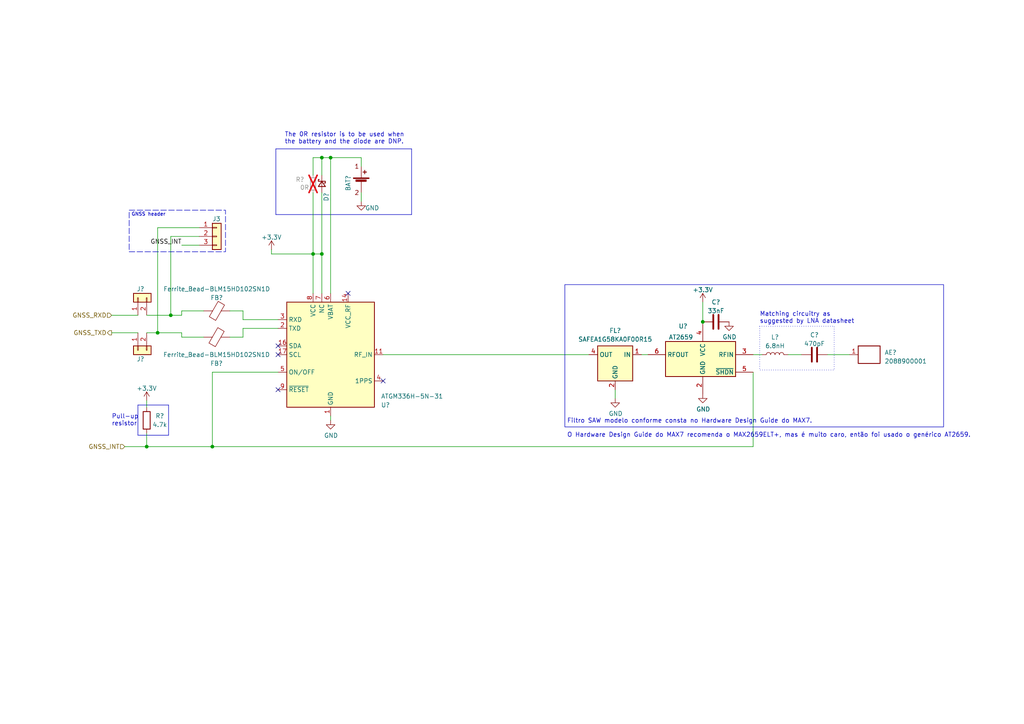
<source format=kicad_sch>
(kicad_sch (version 20230121) (generator eeschema)

  (uuid 477b3ce0-9ce8-418d-b69a-893dde27d350)

  (paper "A4")

  (title_block
    (title "Data Logger + PIC18F4550")
    (date "2023-11-15")
    (rev "0")
  )

  (lib_symbols
    (symbol "+Phygitall:2088900001" (in_bom yes) (on_board yes)
      (property "Reference" "AE" (at 0 6.35 0)
        (effects (font (size 1.27 1.27)))
      )
      (property "Value" "2088900001" (at 0 3.81 0)
        (effects (font (size 1.27 1.27)))
      )
      (property "Footprint" "+Phygitall:Molex-2088900001-GPS-Ceramic_Antenna" (at 0 -3.81 0)
        (effects (font (size 1.27 1.27)) hide)
      )
      (property "Datasheet" "https://www.molex.com/content/dam/molex/molex-dot-com/products/automated/en-us/productspecificationpdf/208/208890/2088900001-PS.pdf?inline" (at 0 -6.35 0)
        (effects (font (size 1.27 1.27)) hide)
      )
      (property "Description" "GPS Ceramic Patch Antenna" (at 0 -6.35 0)
        (effects (font (size 1.27 1.27)) hide)
      )
      (property "Body dimensions" "18x18x2mm" (at 0 -6.35 0)
        (effects (font (size 1.27 1.27)) hide)
      )
      (property "Manufacturer" "Molex" (at 0 -6.35 0)
        (effects (font (size 1.27 1.27)) hide)
      )
      (property "Manufacturer P/N" "2088900001" (at 0 -6.35 0)
        (effects (font (size 1.27 1.27)) hide)
      )
      (property "Moisture sensitivity level" "1" (at 0 -6.35 0)
        (effects (font (size 1.27 1.27)) hide)
      )
      (property "Mounting type" "" (at 0 -6.35 0)
        (effects (font (size 1.27 1.27)) hide)
      )
      (property "Type" "Antenna" (at 0 -6.35 0)
        (effects (font (size 1.27 1.27)) hide)
      )
      (property "Power rating" "2W max. (CW)" (at 0 -6.35 0)
        (effects (font (size 1.27 1.27)) hide)
      )
      (property "To be assembled?" "Yes" (at 0 -6.35 0)
        (effects (font (size 1.27 1.27)) hide)
      )
      (property "manf#" "2088900001" (at 0 -6.35 0)
        (effects (font (size 1.27 1.27)) hide)
      )
      (property "digikey#" "" (at 0 -6.35 0)
        (effects (font (size 1.27 1.27)) hide)
      )
      (property "farnell#" "" (at 0 -6.35 0)
        (effects (font (size 1.27 1.27)) hide)
      )
      (property "mouser#" "538-208890-0001" (at 0 -6.35 0)
        (effects (font (size 1.27 1.27)) hide)
      )
      (property "newark#" "84AC5252" (at 0 -6.35 0)
        (effects (font (size 1.27 1.27)) hide)
      )
      (property "ki_keywords" "ceramic gps antenna 1575" (at 0 0 0)
        (effects (font (size 1.27 1.27)) hide)
      )
      (property "ki_description" "GPS Ceramic Patch Antenna" (at 0 0 0)
        (effects (font (size 1.27 1.27)) hide)
      )
      (property "ki_fp_filters" "+Phygitall:Molex-2088900001-GPS-Ceramic_Antenna" (at 0 0 0)
        (effects (font (size 1.27 1.27)) hide)
      )
      (symbol "2088900001_0_1"
        (rectangle (start -3.175 2.54) (end 3.175 -2.54)
          (stroke (width 0.254) (type default))
          (fill (type none))
        )
      )
      (symbol "2088900001_1_1"
        (pin output line (at -5.715 0 0) (length 2.54)
          (name "" (effects (font (size 1.27 1.27))))
          (number "1" (effects (font (size 1.27 1.27))))
        )
      )
    )
    (symbol "+Phygitall:AT2659" (in_bom yes) (on_board yes)
      (property "Reference" "U" (at 17.78 6.35 0)
        (effects (font (size 1.27 1.27)) (justify left top))
      )
      (property "Value" "AT2659" (at 17.78 4.445 0)
        (effects (font (size 1.27 1.27)) (justify left top))
      )
      (property "Footprint" "+Phygitall:AT2659" (at 26.67 -94.92 0)
        (effects (font (size 1.27 1.27)) (justify left top) hide)
      )
      (property "Datasheet" "https://datasheet.lcsc.com/lcsc/1810010517_ZHONGKEWEI-AT2659_C92450.pdf" (at 26.67 -194.92 0)
        (effects (font (size 1.27 1.27)) (justify left top) hide)
      )
      (property "Manufacturer" "ZHONGKEWEI" (at 26.67 -594.92 0)
        (effects (font (size 1.27 1.27)) (justify left top) hide)
      )
      (property "lcsc#" "C92450" (at 20.32 -9.525 0)
        (effects (font (size 1.27 1.27)) hide)
      )
      (property "ki_keywords" "LNA GNSS" (at 0 0 0)
        (effects (font (size 1.27 1.27)) hide)
      )
      (property "ki_description" "GNSS Low-Noise Amplifier, 6 UDFN" (at 0 0 0)
        (effects (font (size 1.27 1.27)) hide)
      )
      (symbol "AT2659_1_1"
        (rectangle (start 5.08 2.54) (end 25.4 -7.62)
          (stroke (width 0.254) (type default))
          (fill (type background))
        )
        (pin passive line (at 14.605 -12.7 90) (length 5.08) hide
          (name "GND" (effects (font (size 1.27 1.27))))
          (number "1" (effects (font (size 1.27 1.27))))
        )
        (pin passive line (at 14.605 -12.7 90) (length 5.08)
          (name "GND" (effects (font (size 1.27 1.27))))
          (number "2" (effects (font (size 1.27 1.27))))
        )
        (pin passive line (at 0 -1.27 0) (length 5.08)
          (name "RFIN" (effects (font (size 1.27 1.27))))
          (number "3" (effects (font (size 1.27 1.27))))
        )
        (pin passive line (at 14.605 7.62 270) (length 5.08)
          (name "VCC" (effects (font (size 1.27 1.27))))
          (number "4" (effects (font (size 1.27 1.27))))
        )
        (pin passive line (at 0 -6.35 0) (length 5.08)
          (name "~{SHDN}" (effects (font (size 1.27 1.27))))
          (number "5" (effects (font (size 1.27 1.27))))
        )
        (pin passive line (at 30.48 -1.27 180) (length 5.08)
          (name "RFOUT" (effects (font (size 1.27 1.27))))
          (number "6" (effects (font (size 1.27 1.27))))
        )
      )
    )
    (symbol "+Phygitall:ATGM336H-5N-31" (in_bom yes) (on_board yes)
      (property "Reference" "U8" (at 1.9559 -17.78 0)
        (effects (font (size 1.27 1.27)) (justify left))
      )
      (property "Value" "ATGM336H-5N-31" (at 1.9559 -20.32 0)
        (effects (font (size 1.27 1.27)) (justify left))
      )
      (property "Footprint" "+Phygitall:atgm336h" (at 10.16 -16.51 0)
        (effects (font (size 1.27 1.27)) hide)
      )
      (property "Datasheet" "https://www.icofchina.com/d/file/xiazai/2016-12-05/b5c57074f4b1fcc62ba8c7868548d18a.pdf" (at 0 -27.94 0)
        (effects (font (size 1.27 1.27)) hide)
      )
      (property "Description" "SMD,9.7x10.1mm Satellite Positioning Modules ROHS" (at 0 -27.94 0)
        (effects (font (size 1.27 1.27)) hide)
      )
      (property "Body dimensions" "9.7x10.1x2.5mm" (at 0 -27.94 0)
        (effects (font (size 1.27 1.27)) hide)
      )
      (property "Manufacturer" "ZHONGKEWEI" (at 0 -27.94 0)
        (effects (font (size 1.27 1.27)) hide)
      )
      (property "Manufacturer P/N" "ATGM336H-5N31" (at 0 -27.94 0)
        (effects (font (size 1.27 1.27)) hide)
      )
      (property "Moisture sensitivity level" "4" (at 0 -27.94 0)
        (effects (font (size 1.27 1.27)) hide)
      )
      (property "Mounting type" "SMD" (at 0 -27.94 0)
        (effects (font (size 1.27 1.27)) hide)
      )
      (property "Type" "BDS/GNSS receiver module" (at 0 -27.94 0)
        (effects (font (size 1.27 1.27)) hide)
      )
      (property "Package" "Leadless Chip Carrier (LCC) Module" (at 0 -27.94 0)
        (effects (font (size 1.27 1.27)) hide)
      )
      (property "To be assembled?" "Yes" (at 0 -27.94 0)
        (effects (font (size 1.27 1.27)) hide)
      )
      (property "manf#" "ATGM336H-5N31" (at 0 -27.94 0)
        (effects (font (size 1.27 1.27)) hide)
      )
      (property "Alternatives" "ATGM336H-5N51, ATGM336H-5N71" (at 0 -27.94 0)
        (effects (font (size 1.27 1.27)) hide)
      )
      (property "ki_keywords" "ublox GPS GNSS module" (at 0 0 0)
        (effects (font (size 1.27 1.27)) hide)
      )
      (property "ki_description" "GNSS Module MAX M8Q, VCC 1.65V to 3.6V" (at 0 0 0)
        (effects (font (size 1.27 1.27)) hide)
      )
      (property "ki_fp_filters" "ublox*MAX*" (at 0 0 0)
        (effects (font (size 1.27 1.27)) hide)
      )
      (symbol "ATGM336H-5N-31_0_1"
        (rectangle (start -12.7 15.24) (end 12.7 -15.24)
          (stroke (width 0.254) (type default))
          (fill (type background))
        )
      )
      (symbol "ATGM336H-5N-31_1_1"
        (pin power_in line (at 0 -17.78 90) (length 2.54)
          (name "GND" (effects (font (size 1.27 1.27))))
          (number "1" (effects (font (size 1.27 1.27))))
        )
        (pin passive line (at 0 -17.78 90) (length 2.54) hide
          (name "GND" (effects (font (size 1.27 1.27))))
          (number "10" (effects (font (size 1.27 1.27))))
        )
        (pin input line (at 15.24 0 180) (length 2.54)
          (name "RF_IN" (effects (font (size 1.27 1.27))))
          (number "11" (effects (font (size 1.27 1.27))))
        )
        (pin passive line (at 0 -17.78 90) (length 2.54) hide
          (name "GND" (effects (font (size 1.27 1.27))))
          (number "12" (effects (font (size 1.27 1.27))))
        )
        (pin no_connect line (at 10.16 5.08 0) (length 2.54) hide
          (name "NC" (effects (font (size 1.27 1.27))))
          (number "13" (effects (font (size 1.27 1.27))))
        )
        (pin power_out line (at 5.08 17.78 270) (length 2.54)
          (name "VCC_RF" (effects (font (size 1.27 1.27))))
          (number "14" (effects (font (size 1.27 1.27))))
        )
        (pin no_connect line (at 12.7 -5.08 180) (length 2.54) hide
          (name "Reserved" (effects (font (size 1.27 1.27))))
          (number "15" (effects (font (size 1.27 1.27))))
        )
        (pin bidirectional line (at -15.24 2.54 0) (length 2.54)
          (name "SDA" (effects (font (size 1.27 1.27))))
          (number "16" (effects (font (size 1.27 1.27))))
        )
        (pin input line (at -15.24 0 0) (length 2.54)
          (name "SCL" (effects (font (size 1.27 1.27))))
          (number "17" (effects (font (size 1.27 1.27))))
        )
        (pin no_connect line (at 12.7 -5.08 180) (length 2.54) hide
          (name "Reserved" (effects (font (size 1.27 1.27))))
          (number "18" (effects (font (size 1.27 1.27))))
        )
        (pin output line (at -15.24 7.62 0) (length 2.54)
          (name "TXD" (effects (font (size 1.27 1.27))))
          (number "2" (effects (font (size 1.27 1.27))))
        )
        (pin input line (at -15.24 10.16 0) (length 2.54)
          (name "RXD" (effects (font (size 1.27 1.27))))
          (number "3" (effects (font (size 1.27 1.27))))
        )
        (pin output line (at 15.24 -7.62 180) (length 2.54)
          (name "1PPS" (effects (font (size 1.27 1.27))))
          (number "4" (effects (font (size 1.27 1.27))))
        )
        (pin input line (at -15.24 -5.08 0) (length 2.54)
          (name "ON/OFF" (effects (font (size 1.27 1.27))))
          (number "5" (effects (font (size 1.27 1.27))))
        )
        (pin power_in line (at 0 17.78 270) (length 2.54)
          (name "VBAT" (effects (font (size 1.27 1.27))))
          (number "6" (effects (font (size 1.27 1.27))))
        )
        (pin input line (at -2.54 17.78 270) (length 2.54)
          (name "NC" (effects (font (size 1.27 1.27))))
          (number "7" (effects (font (size 1.27 1.27))))
        )
        (pin power_in line (at -5.08 17.78 270) (length 2.54)
          (name "VCC" (effects (font (size 1.27 1.27))))
          (number "8" (effects (font (size 1.27 1.27))))
        )
        (pin input line (at -15.24 -10.16 0) (length 2.54)
          (name "~{RESET}" (effects (font (size 1.27 1.27))))
          (number "9" (effects (font (size 1.27 1.27))))
        )
      )
    )
    (symbol "+Phygitall:Battery_Seiko_MS412FE_D4.8mm" (pin_numbers hide) (pin_names (offset 0) hide) (in_bom yes) (on_board yes)
      (property "Reference" "BT" (at 2.54 2.54 0)
        (effects (font (size 1.27 1.27)) (justify left))
      )
      (property "Value" "Battery_Seiko_MS412FE_D4.8mm" (at 2.54 0 0)
        (effects (font (size 1.27 1.27)) (justify left))
      )
      (property "Footprint" "+Phygitall:Battery_Seiko_MS412FE_D4.8mm" (at 2.54 -2.54 0)
        (effects (font (size 1.27 1.27)) (justify left) hide)
      )
      (property "Datasheet" "https://www.sii.co.jp/en/me/datasheets/ms-rechargeable/ms412fe-5/" (at 0 1.524 90)
        (effects (font (size 1.27 1.27)) hide)
      )
      (property "Description" "Coin, 4.8mm 3V Lithium Rechargeable Battery 1mAh (MS412FE is not reflowable. Please mount them on PCB by hand soldering)" (at 0 -8.89 0)
        (effects (font (size 1.27 1.27)) hide)
      )
      (property "Body dimensions" "D4.8_H1.6mm" (at 0 -8.89 0)
        (effects (font (size 1.27 1.27)) hide)
      )
      (property "Manufacturer" "Seiko Instruments" (at 0 -8.89 0)
        (effects (font (size 1.27 1.27)) hide)
      )
      (property "Manufacturer P/N" "MS412FE-FL26E" (at 0 -8.89 0)
        (effects (font (size 1.27 1.27)) hide)
      )
      (property "Moisture sensitivity level" "1" (at 0 -8.89 0)
        (effects (font (size 1.27 1.27)) hide)
      )
      (property "Mounting type" "SMD" (at 0 -8.89 0)
        (effects (font (size 1.27 1.27)) hide)
      )
      (property "Type" "Battery (rechargeable)" (at 0 -8.89 0)
        (effects (font (size 1.27 1.27)) hide)
      )
      (property "To be assembled?" "Yes" (at 0 -8.89 0)
        (effects (font (size 1.27 1.27)) hide)
      )
      (property "manf#" "MS412FE-FL26E" (at 0 -8.89 0)
        (effects (font (size 1.27 1.27)) hide)
      )
      (property "digikey#" "728-1053-ND" (at 0 -8.89 0)
        (effects (font (size 1.27 1.27)) hide)
      )
      (property "mouser#" "628-MS412FE-FL26E" (at 0 -8.89 0)
        (effects (font (size 1.27 1.27)) hide)
      )
      (property "ki_keywords" "battery cell" (at 0 0 0)
        (effects (font (size 1.27 1.27)) hide)
      )
      (property "ki_description" "Coin, 4.8mm 3V Lithium Rechargeable Battery 1mAh (MS412FE is not reflowable. Please mount them on PCB by hand soldering)" (at 0 0 0)
        (effects (font (size 1.27 1.27)) hide)
      )
      (symbol "Battery_Seiko_MS412FE_D4.8mm_0_0"
        (text "1" (at -1.27 5.08 0)
          (effects (font (size 1.27 1.27)))
        )
        (text "2" (at -1.27 -2.54 0)
          (effects (font (size 1.27 1.27)))
        )
      )
      (symbol "Battery_Seiko_MS412FE_D4.8mm_0_1"
        (rectangle (start -2.286 1.778) (end 2.286 1.524)
          (stroke (width 0) (type default))
          (fill (type outline))
        )
        (rectangle (start -1.5748 1.1938) (end 1.4732 0.6858)
          (stroke (width 0) (type default))
          (fill (type outline))
        )
        (polyline
          (pts
            (xy 0 0.762)
            (xy 0 0)
          )
          (stroke (width 0) (type default))
          (fill (type none))
        )
        (polyline
          (pts
            (xy 0 1.778)
            (xy 0 2.54)
          )
          (stroke (width 0) (type default))
          (fill (type none))
        )
        (polyline
          (pts
            (xy 0.508 3.429)
            (xy 1.524 3.429)
          )
          (stroke (width 0.254) (type default))
          (fill (type none))
        )
        (polyline
          (pts
            (xy 1.016 3.937)
            (xy 1.016 2.921)
          )
          (stroke (width 0.254) (type default))
          (fill (type none))
        )
      )
      (symbol "Battery_Seiko_MS412FE_D4.8mm_1_1"
        (pin passive line (at 0 5.08 270) (length 2.54)
          (name "+" (effects (font (size 1.27 1.27))))
          (number "1" (effects (font (size 1.27 1.27))))
        )
        (pin passive line (at 0 -2.54 90) (length 2.54)
          (name "-" (effects (font (size 1.27 1.27))))
          (number "2" (effects (font (size 1.27 1.27))))
        )
      )
    )
    (symbol "+Phygitall:C" (pin_numbers hide) (pin_names (offset 0.254)) (in_bom yes) (on_board yes)
      (property "Reference" "C" (at 0.635 2.54 0)
        (effects (font (size 1.27 1.27)) (justify left))
      )
      (property "Value" "C" (at 0.635 -2.54 0)
        (effects (font (size 1.27 1.27)) (justify left))
      )
      (property "Footprint" "+Phygitall:C_0402_1005Metric" (at 0 -10.16 0)
        (effects (font (size 1.27 1.27)) hide)
      )
      (property "Datasheet" "~" (at 0 -12.7 0)
        (effects (font (size 1.27 1.27)) hide)
      )
      (property "Description" "Multilayer Ceramic Chip Capacitor <value> <tolerance> <voltage_rating> <dielectric> <package>" (at 0 -10.16 0)
        (effects (font (size 1.27 1.27)) hide)
      )
      (property "Dielectric" "X5R or better" (at 0 -12.7 0)
        (effects (font (size 1.27 1.27)) hide)
      )
      (property "Moisture sensitivity level" "1" (at 0 -12.7 0)
        (effects (font (size 1.27 1.27)) hide)
      )
      (property "Mounting type" "SMD" (at 0 -12.7 0)
        (effects (font (size 1.27 1.27)) hide)
      )
      (property "Package" "0402_1005Metric" (at 0 -12.7 0)
        (effects (font (size 1.27 1.27)) hide)
      )
      (property "To be assembled?" "Yes" (at 0 -12.7 0)
        (effects (font (size 1.27 1.27)) hide)
      )
      (property "Tolerance" "less than or equal to ±10%" (at 0 -12.7 0)
        (effects (font (size 1.27 1.27)) hide)
      )
      (property "Type" "Multilayer Ceramic Chip Capacitor" (at 0 -12.7 0)
        (effects (font (size 1.27 1.27)) hide)
      )
      (property "Voltage rating" "greater than or equal to 16V" (at 0 -12.7 0)
        (effects (font (size 1.27 1.27)) hide)
      )
      (property "ki_keywords" "cap capacitor" (at 0 0 0)
        (effects (font (size 1.27 1.27)) hide)
      )
      (property "ki_description" "Unpolarized capacitor" (at 0 0 0)
        (effects (font (size 1.27 1.27)) hide)
      )
      (property "ki_fp_filters" "C_*" (at 0 0 0)
        (effects (font (size 1.27 1.27)) hide)
      )
      (symbol "C_0_1"
        (polyline
          (pts
            (xy -2.032 -0.762)
            (xy 2.032 -0.762)
          )
          (stroke (width 0.508) (type default))
          (fill (type none))
        )
        (polyline
          (pts
            (xy -2.032 0.762)
            (xy 2.032 0.762)
          )
          (stroke (width 0.508) (type default))
          (fill (type none))
        )
      )
      (symbol "C_1_1"
        (pin passive line (at 0 3.81 270) (length 2.794)
          (name "~" (effects (font (size 1.27 1.27))))
          (number "1" (effects (font (size 1.27 1.27))))
        )
        (pin passive line (at 0 -3.81 90) (length 2.794)
          (name "~" (effects (font (size 1.27 1.27))))
          (number "2" (effects (font (size 1.27 1.27))))
        )
      )
    )
    (symbol "+Phygitall:CDBQC0240LR-HF" (pin_numbers hide) (pin_names (offset 0.254) hide) (in_bom yes) (on_board yes)
      (property "Reference" "D" (at -1.27 2.032 0)
        (effects (font (size 1.27 1.27)) (justify left))
      )
      (property "Value" "CDBQC0240LR-HF" (at -7.112 -2.032 0)
        (effects (font (size 1.27 1.27)) (justify left))
      )
      (property "Footprint" "+Phygitall:D_0402_1006Metric" (at 0 0 90)
        (effects (font (size 1.27 1.27)) hide)
      )
      (property "Datasheet" "https://www.comchiptech.com/admin/files/product/CDBQC0240LR-HF%20RevA836831.pdf" (at 0 -3.81 90)
        (effects (font (size 1.27 1.27)) hide)
      )
      (property "Description" "Diode Schottky 40V 200mA Surface Mount 0402_1006Metric/SOD-923F" (at 0 -3.81 0)
        (effects (font (size 1.27 1.27)) hide)
      )
      (property "Body dimensions" "1x0.6x0.5mm" (at 0 -3.81 0)
        (effects (font (size 1.27 1.27)) hide)
      )
      (property "Manufacturer" "Comchip Technology" (at 0 -3.81 0)
        (effects (font (size 1.27 1.27)) hide)
      )
      (property "Manufacturer P/N" "CDBQC0240LR-HF" (at 0 -3.81 0)
        (effects (font (size 1.27 1.27)) hide)
      )
      (property "Moisture sensitivity level" "1" (at 0 -3.81 0)
        (effects (font (size 1.27 1.27)) hide)
      )
      (property "Mounting type" "SMD" (at 0 -3.81 0)
        (effects (font (size 1.27 1.27)) hide)
      )
      (property "Type" "Schottky Barrier Diode" (at 0 -3.81 0)
        (effects (font (size 1.27 1.27)) hide)
      )
      (property "Package" "0402_1006Metric/SOD-923F" (at 0 -3.81 0)
        (effects (font (size 1.27 1.27)) hide)
      )
      (property "To be assembled?" "Yes" (at 0 -3.81 0)
        (effects (font (size 1.27 1.27)) hide)
      )
      (property "manf#" "CDBQC0240LR-HF" (at 0 -3.81 0)
        (effects (font (size 1.27 1.27)) hide)
      )
      (property "digikey#" "641-1888-1-ND" (at 0 -3.81 0)
        (effects (font (size 1.27 1.27)) hide)
      )
      (property "mouser#" "750-CDBQC0240LR-HF" (at 0 -3.81 0)
        (effects (font (size 1.27 1.27)) hide)
      )
      (property "Alternatives" "Comchip Technology ACDBQC0240LR-HF (automotive grade)" (at 0 -3.81 0)
        (effects (font (size 1.27 1.27)) hide)
      )
      (property "Maximum average forward rectified current" "200mA" (at 0 -3.81 0)
        (effects (font (size 1.27 1.27)) hide)
      )
      (property "Reverse current" "500nA@10V@25ºC; 5uA@40V@25ºC" (at 0 -3.81 0)
        (effects (font (size 1.27 1.27)) hide)
      )
      (property "Maximum Forward current, surge peak" "3A" (at 0 -3.81 0)
        (effects (font (size 1.27 1.27)) hide)
      )
      (property "Maximum reverse voltage" "40V" (at 0 -3.81 0)
        (effects (font (size 1.27 1.27)) hide)
      )
      (property "ki_keywords" "diode Schottky" (at 0 0 0)
        (effects (font (size 1.27 1.27)) hide)
      )
      (property "ki_description" "Diode Schottky 40V 200mA Surface Mount 0402_1006Metric/SOD-923F" (at 0 0 0)
        (effects (font (size 1.27 1.27)) hide)
      )
      (property "ki_fp_filters" "TO-???* *_Diode_* *SingleDiode* D_*" (at 0 0 0)
        (effects (font (size 1.27 1.27)) hide)
      )
      (symbol "CDBQC0240LR-HF_0_1"
        (polyline
          (pts
            (xy -0.762 0)
            (xy 0.762 0)
          )
          (stroke (width 0) (type default))
          (fill (type none))
        )
        (polyline
          (pts
            (xy 0.762 -1.016)
            (xy -0.762 0)
            (xy 0.762 1.016)
            (xy 0.762 -1.016)
          )
          (stroke (width 0.254) (type default))
          (fill (type none))
        )
        (polyline
          (pts
            (xy -1.27 0.762)
            (xy -1.27 1.016)
            (xy -0.762 1.016)
            (xy -0.762 -1.016)
            (xy -0.254 -1.016)
            (xy -0.254 -0.762)
          )
          (stroke (width 0.254) (type default))
          (fill (type none))
        )
      )
      (symbol "CDBQC0240LR-HF_1_1"
        (pin passive line (at -2.54 0 0) (length 1.778)
          (name "K" (effects (font (size 1.27 1.27))))
          (number "1" (effects (font (size 1.27 1.27))))
        )
        (pin passive line (at 2.54 0 180) (length 1.778)
          (name "A" (effects (font (size 1.27 1.27))))
          (number "2" (effects (font (size 1.27 1.27))))
        )
      )
    )
    (symbol "+Phygitall:Ferrite_Bead-BLM15HD102SN1D" (pin_numbers hide) (pin_names (offset 0)) (in_bom yes) (on_board yes)
      (property "Reference" "FB" (at 3.81 -0.635 90)
        (effects (font (size 1.27 1.27)))
      )
      (property "Value" "Ferrite_Bead-BLM15HD102SN1D" (at 0 12.7 0)
        (effects (font (size 1.27 1.27)))
      )
      (property "Footprint" "+Phygitall:L_0402_1005Metric" (at 1.778 0 90)
        (effects (font (size 1.27 1.27)) hide)
      )
      (property "Datasheet" "https://datasheet.lcsc.com/szlcsc/1811091923_Murata-Electronics-BLM15HD102SN1D_C21516.pdf" (at 0 -13.97 0)
        (effects (font (size 1.27 1.27)) hide)
      )
      (property "Description" "1kΩ @ 100MHz 250mA 1 1.25Ω 0402 Ferrite Beads RoHS" (at 1.27 -13.97 0)
        (effects (font (size 1.27 1.27)) hide)
      )
      (property "Manufacturer" "Murata Electronics" (at 1.27 -13.97 0)
        (effects (font (size 1.27 1.27)) hide)
      )
      (property "Manufacturer P/N" "BLM15HD102SN1D" (at 1.27 -13.97 0)
        (effects (font (size 1.27 1.27)) hide)
      )
      (property "Mounting type" "SMD" (at 0 -13.97 0)
        (effects (font (size 1.27 1.27)) hide)
      )
      (property "Package/Case" "0402_1005Metric" (at 0 -13.97 0)
        (effects (font (size 1.27 1.27)) hide)
      )
      (property "Type" "ferrite bead" (at 0 -13.97 0)
        (effects (font (size 1.27 1.27)) hide)
      )
      (property "Moisture sensitivity level" "1" (at 0 -13.97 0)
        (effects (font (size 1.27 1.27)) hide)
      )
      (property "ki_fp_filters" "Inductor_* L_* *Ferrite*" (at 0 0 0)
        (effects (font (size 1.27 1.27)) hide)
      )
      (symbol "Ferrite_Bead-BLM15HD102SN1D_0_1"
        (polyline
          (pts
            (xy 0 -1.27)
            (xy 0 -1.2954)
          )
          (stroke (width 0) (type default))
          (fill (type none))
        )
        (polyline
          (pts
            (xy 0 1.27)
            (xy 0 1.2192)
          )
          (stroke (width 0) (type default))
          (fill (type none))
        )
        (polyline
          (pts
            (xy 2.7686 -0.4064)
            (xy 1.7018 -2.2606)
            (xy -2.7686 0.3048)
            (xy -1.6764 2.159)
            (xy 2.7686 -0.4064)
          )
          (stroke (width 0) (type default))
          (fill (type none))
        )
      )
      (symbol "Ferrite_Bead-BLM15HD102SN1D_1_1"
        (pin passive line (at 0 -3.81 90) (length 2.54)
          (name "~" (effects (font (size 1.27 1.27))))
          (number "1" (effects (font (size 1.27 1.27))))
        )
        (pin passive line (at 0 3.81 270) (length 2.54)
          (name "~" (effects (font (size 1.27 1.27))))
          (number "2" (effects (font (size 1.27 1.27))))
        )
      )
    )
    (symbol "+Phygitall:L" (pin_numbers hide) (pin_names (offset 1.016) hide) (in_bom yes) (on_board yes)
      (property "Reference" "L" (at -1.27 0 90)
        (effects (font (size 1.27 1.27)))
      )
      (property "Value" "L" (at 1.905 0 90)
        (effects (font (size 1.27 1.27)))
      )
      (property "Footprint" "+Phygitall:L_0402_1005Metric" (at 0 -10.16 0)
        (effects (font (size 1.27 1.27)) hide)
      )
      (property "Datasheet" "~" (at 0 -12.7 0)
        (effects (font (size 1.27 1.27)) hide)
      )
      (property "Description" "<type> <value> <tolerance> <current_rating> <DC_resistance> <package>" (at 0 -12.7 0)
        (effects (font (size 1.27 1.27)) hide)
      )
      (property "Moisture sensitivity level" "1" (at 0 -12.7 0)
        (effects (font (size 1.27 1.27)) hide)
      )
      (property "Mounting type" "SMD" (at 0 -12.7 0)
        (effects (font (size 1.27 1.27)) hide)
      )
      (property "Type" "Chip inductor" (at 0 -12.7 0)
        (effects (font (size 1.27 1.27)) hide)
      )
      (property "Package" "0402_1005Metric" (at 0 -12.7 0)
        (effects (font (size 1.27 1.27)) hide)
      )
      (property "To be assembled?" "Yes" (at 0 -12.7 0)
        (effects (font (size 1.27 1.27)) hide)
      )
      (property "ki_keywords" "inductor choke coil reactor magnetic" (at 0 0 0)
        (effects (font (size 1.27 1.27)) hide)
      )
      (property "ki_description" "Inductor" (at 0 0 0)
        (effects (font (size 1.27 1.27)) hide)
      )
      (property "ki_fp_filters" "Choke_* *Coil* Inductor_* L_*" (at 0 0 0)
        (effects (font (size 1.27 1.27)) hide)
      )
      (symbol "L_0_1"
        (arc (start 0 -2.54) (mid 0.6323 -1.905) (end 0 -1.27)
          (stroke (width 0) (type default))
          (fill (type none))
        )
        (arc (start 0 -1.27) (mid 0.6323 -0.635) (end 0 0)
          (stroke (width 0) (type default))
          (fill (type none))
        )
        (arc (start 0 0) (mid 0.6323 0.635) (end 0 1.27)
          (stroke (width 0) (type default))
          (fill (type none))
        )
        (arc (start 0 1.27) (mid 0.6323 1.905) (end 0 2.54)
          (stroke (width 0) (type default))
          (fill (type none))
        )
      )
      (symbol "L_1_1"
        (pin passive line (at 0 3.81 270) (length 1.27)
          (name "1" (effects (font (size 1.27 1.27))))
          (number "1" (effects (font (size 1.27 1.27))))
        )
        (pin passive line (at 0 -3.81 90) (length 1.27)
          (name "2" (effects (font (size 1.27 1.27))))
          (number "2" (effects (font (size 1.27 1.27))))
        )
      )
    )
    (symbol "+Phygitall:PinHeader_01x02_P2.54mm_Vertical" (pin_names (offset 1.016) hide) (in_bom yes) (on_board yes)
      (property "Reference" "J" (at 0 2.54 0)
        (effects (font (size 1.27 1.27)))
      )
      (property "Value" "PinHeader_01x02_P2.54mm_Vertical" (at 0 -5.08 0)
        (effects (font (size 1.27 1.27)))
      )
      (property "Footprint" "+Phygitall:PinHeader_1x02_P2.54mm_Vertical" (at 0 -7.62 0)
        (effects (font (size 1.27 1.27)) hide)
      )
      (property "Datasheet" "~" (at 0 -10.16 0)
        (effects (font (size 1.27 1.27)) hide)
      )
      (property "Description" "DNP (Installed: NU) Pin header, single row, 01x02, 2.54mm pitch, vertical" (at 0 -10.16 0)
        (effects (font (size 1.27 1.27)) hide)
      )
      (property "Installed" "NU" (at 0 -10.16 0)
        (effects (font (size 1.27 1.27)) hide)
      )
      (property "Moisture sensitivity level" "1" (at 0 -10.16 0)
        (effects (font (size 1.27 1.27)) hide)
      )
      (property "Mounting type" "PTH" (at 0 -10.16 0)
        (effects (font (size 1.27 1.27)) hide)
      )
      (property "Type" "Pin header" (at 0 -10.16 0)
        (effects (font (size 1.27 1.27)) hide)
      )
      (property "To be assembled?" "No" (at 0 -10.16 0)
        (effects (font (size 1.27 1.27)) hide)
      )
      (property "ki_keywords" "connector pin header" (at 0 0 0)
        (effects (font (size 1.27 1.27)) hide)
      )
      (property "ki_description" "Pin header, single row, 01x02, 2.54mm pitch, vertical" (at 0 0 0)
        (effects (font (size 1.27 1.27)) hide)
      )
      (property "ki_fp_filters" "Connector*:*_1x??_*" (at 0 0 0)
        (effects (font (size 1.27 1.27)) hide)
      )
      (symbol "PinHeader_01x02_P2.54mm_Vertical_1_1"
        (rectangle (start -1.27 -2.413) (end 0 -2.667)
          (stroke (width 0.1524) (type default))
          (fill (type none))
        )
        (rectangle (start -1.27 0.127) (end 0 -0.127)
          (stroke (width 0.1524) (type default))
          (fill (type none))
        )
        (rectangle (start -1.27 1.27) (end 1.27 -3.81)
          (stroke (width 0.254) (type default))
          (fill (type background))
        )
        (pin passive line (at -5.08 0 0) (length 3.81)
          (name "Pin_1" (effects (font (size 1.27 1.27))))
          (number "1" (effects (font (size 1.27 1.27))))
        )
        (pin passive line (at -5.08 -2.54 0) (length 3.81)
          (name "Pin_2" (effects (font (size 1.27 1.27))))
          (number "2" (effects (font (size 1.27 1.27))))
        )
      )
    )
    (symbol "+Phygitall:R_Small" (pin_numbers hide) (pin_names (offset 0.254) hide) (in_bom yes) (on_board yes)
      (property "Reference" "R" (at 0.762 0.508 0)
        (effects (font (size 1.27 1.27)) (justify left))
      )
      (property "Value" "R_Small" (at 0.762 -1.016 0)
        (effects (font (size 1.27 1.27)) (justify left))
      )
      (property "Footprint" "+Phygitall:R_0402_1005Metric" (at 0 -8.89 0)
        (effects (font (size 1.27 1.27)) hide)
      )
      (property "Datasheet" "~" (at 0 -11.43 0)
        (effects (font (size 1.27 1.27)) hide)
      )
      (property "Description" "Chip Resistor <value> <tolerance> <power_rating> <temp._coeff.> <package>" (at 0 -11.43 0)
        (effects (font (size 1.27 1.27)) hide)
      )
      (property "Moisture sensitivity level" "1" (at 0 -11.43 0)
        (effects (font (size 1.27 1.27)) hide)
      )
      (property "Mounting type" "SMD" (at 0 -11.43 0)
        (effects (font (size 1.27 1.27)) hide)
      )
      (property "Package" "0402_1005Metric" (at 0 -11.43 0)
        (effects (font (size 1.27 1.27)) hide)
      )
      (property "Power rating" "greater than or equal to 1/16W" (at 0 -11.43 0)
        (effects (font (size 1.27 1.27)) hide)
      )
      (property "Temperature coefficient" "less than or equal to ±100ppm/ºC" (at 0 -11.43 0)
        (effects (font (size 1.27 1.27)) hide)
      )
      (property "To be assembled?" "Yes" (at 0 -11.43 0)
        (effects (font (size 1.27 1.27)) hide)
      )
      (property "Tolerance" "less than or equal to ±5%" (at 0 -11.43 0)
        (effects (font (size 1.27 1.27)) hide)
      )
      (property "Type" "Chip resistor" (at 0 -11.43 0)
        (effects (font (size 1.27 1.27)) hide)
      )
      (property "ki_keywords" "R resistor" (at 0 0 0)
        (effects (font (size 1.27 1.27)) hide)
      )
      (property "ki_description" "Resistor, small symbol" (at 0 0 0)
        (effects (font (size 1.27 1.27)) hide)
      )
      (property "ki_fp_filters" "R_*" (at 0 0 0)
        (effects (font (size 1.27 1.27)) hide)
      )
      (symbol "R_Small_0_1"
        (rectangle (start -0.762 1.778) (end 0.762 -1.778)
          (stroke (width 0.2032) (type default))
          (fill (type none))
        )
      )
      (symbol "R_Small_1_1"
        (pin passive line (at 0 2.54 270) (length 0.762)
          (name "~" (effects (font (size 1.27 1.27))))
          (number "1" (effects (font (size 1.27 1.27))))
        )
        (pin passive line (at 0 -2.54 90) (length 0.762)
          (name "~" (effects (font (size 1.27 1.27))))
          (number "2" (effects (font (size 1.27 1.27))))
        )
      )
    )
    (symbol "+Phygitall:SAFEA1G58KA0F00R15" (in_bom yes) (on_board yes)
      (property "Reference" "FL" (at 2.54 -6.35 0)
        (effects (font (size 1.27 1.27)))
      )
      (property "Value" "SAFEA1G58KA0F00R15" (at 0 6.35 0)
        (effects (font (size 1.27 1.27)))
      )
      (property "Footprint" "+Phygitall:Filter_1109-5_1.1x0.9mm" (at 0 -13.97 0)
        (effects (font (size 1.27 1.27)) hide)
      )
      (property "Datasheet" "https://datasheet.lcsc.com/lcsc/1810161815_Murata-Electronics-SAFEA1G58KA0F00R15_C91641.pdf" (at 0 -13.97 0)
        (effects (font (size 1.27 1.27)) hide)
      )
      (property "Description" "GNSS SAW filter" (at 0 -13.97 0)
        (effects (font (size 1.27 1.27)) hide)
      )
      (property "Body dimensions" "1.4x1.1x0.45mm" (at 0 -13.97 0)
        (effects (font (size 1.27 1.27)) hide)
      )
      (property "Manufacturer" "Murata" (at 0 -13.97 0)
        (effects (font (size 1.27 1.27)) hide)
      )
      (property "Manufacturer P/N" "SAFEA1G58KA0F00R15" (at 0 -13.97 0)
        (effects (font (size 1.27 1.27)) hide)
      )
      (property "Moisture sensitivity level" "" (at 0 -13.97 0)
        (effects (font (size 1.27 1.27)) hide)
      )
      (property "Mounting type" "SMD" (at 0 -13.97 0)
        (effects (font (size 1.27 1.27)) hide)
      )
      (property "Type" "Filter (SAW)" (at 0 -13.97 0)
        (effects (font (size 1.27 1.27)) hide)
      )
      (property "Package" "QCS5P" (at 0 -13.97 0)
        (effects (font (size 1.27 1.27)) hide)
      )
      (property "To be assembled?" "Yes" (at 0 -13.97 0)
        (effects (font (size 1.27 1.27)) hide)
      )
      (property "manf#" "SAFEA1G58KA0F00R15" (at 0 -13.97 0)
        (effects (font (size 1.27 1.27)) hide)
      )
      (property "lcsc#" "C91641" (at 0 -13.97 0)
        (effects (font (size 1.27 1.27)) hide)
      )
      (property "ki_keywords" "SAW filter" (at 0 0 0)
        (effects (font (size 1.27 1.27)) hide)
      )
      (property "ki_fp_filters" "Filter*1411*1.4x1.1mm*" (at 0 0 0)
        (effects (font (size 1.27 1.27)) hide)
      )
      (symbol "SAFEA1G58KA0F00R15_0_1"
        (rectangle (start -5.08 5.08) (end 5.08 -5.08)
          (stroke (width 0.254) (type default))
          (fill (type background))
        )
      )
      (symbol "SAFEA1G58KA0F00R15_1_1"
        (pin passive line (at -7.62 2.54 0) (length 2.54)
          (name "IN" (effects (font (size 1.27 1.27))))
          (number "1" (effects (font (size 1.27 1.27))))
        )
        (pin passive line (at 0 -7.62 90) (length 2.54)
          (name "GND" (effects (font (size 1.27 1.27))))
          (number "2" (effects (font (size 1.27 1.27))))
        )
        (pin passive line (at 0 -7.62 90) (length 2.54) hide
          (name "GND" (effects (font (size 1.27 1.27))))
          (number "3" (effects (font (size 1.27 1.27))))
        )
        (pin passive line (at 7.62 2.54 180) (length 2.54)
          (name "OUT" (effects (font (size 1.27 1.27))))
          (number "4" (effects (font (size 1.27 1.27))))
        )
        (pin passive line (at 0 -7.62 90) (length 2.54) hide
          (name "GND" (effects (font (size 1.27 1.27))))
          (number "5" (effects (font (size 1.27 1.27))))
        )
      )
    )
    (symbol "Connector_Generic:Conn_01x03" (pin_names (offset 1.016) hide) (in_bom yes) (on_board yes)
      (property "Reference" "J" (at 0 5.08 0)
        (effects (font (size 1.27 1.27)))
      )
      (property "Value" "Conn_01x03" (at 0 -5.08 0)
        (effects (font (size 1.27 1.27)))
      )
      (property "Footprint" "" (at 0 0 0)
        (effects (font (size 1.27 1.27)) hide)
      )
      (property "Datasheet" "~" (at 0 0 0)
        (effects (font (size 1.27 1.27)) hide)
      )
      (property "ki_keywords" "connector" (at 0 0 0)
        (effects (font (size 1.27 1.27)) hide)
      )
      (property "ki_description" "Generic connector, single row, 01x03, script generated (kicad-library-utils/schlib/autogen/connector/)" (at 0 0 0)
        (effects (font (size 1.27 1.27)) hide)
      )
      (property "ki_fp_filters" "Connector*:*_1x??_*" (at 0 0 0)
        (effects (font (size 1.27 1.27)) hide)
      )
      (symbol "Conn_01x03_1_1"
        (rectangle (start -1.27 -2.413) (end 0 -2.667)
          (stroke (width 0.1524) (type default))
          (fill (type none))
        )
        (rectangle (start -1.27 0.127) (end 0 -0.127)
          (stroke (width 0.1524) (type default))
          (fill (type none))
        )
        (rectangle (start -1.27 2.667) (end 0 2.413)
          (stroke (width 0.1524) (type default))
          (fill (type none))
        )
        (rectangle (start -1.27 3.81) (end 1.27 -3.81)
          (stroke (width 0.254) (type default))
          (fill (type background))
        )
        (pin passive line (at -5.08 2.54 0) (length 3.81)
          (name "Pin_1" (effects (font (size 1.27 1.27))))
          (number "1" (effects (font (size 1.27 1.27))))
        )
        (pin passive line (at -5.08 0 0) (length 3.81)
          (name "Pin_2" (effects (font (size 1.27 1.27))))
          (number "2" (effects (font (size 1.27 1.27))))
        )
        (pin passive line (at -5.08 -2.54 0) (length 3.81)
          (name "Pin_3" (effects (font (size 1.27 1.27))))
          (number "3" (effects (font (size 1.27 1.27))))
        )
      )
    )
    (symbol "Device:R" (pin_numbers hide) (pin_names (offset 0)) (in_bom yes) (on_board yes)
      (property "Reference" "R" (at 2.032 0 90)
        (effects (font (size 1.27 1.27)))
      )
      (property "Value" "R" (at 0 0 90)
        (effects (font (size 1.27 1.27)))
      )
      (property "Footprint" "" (at -1.778 0 90)
        (effects (font (size 1.27 1.27)) hide)
      )
      (property "Datasheet" "~" (at 0 0 0)
        (effects (font (size 1.27 1.27)) hide)
      )
      (property "ki_keywords" "R res resistor" (at 0 0 0)
        (effects (font (size 1.27 1.27)) hide)
      )
      (property "ki_description" "Resistor" (at 0 0 0)
        (effects (font (size 1.27 1.27)) hide)
      )
      (property "ki_fp_filters" "R_*" (at 0 0 0)
        (effects (font (size 1.27 1.27)) hide)
      )
      (symbol "R_0_1"
        (rectangle (start -1.016 -2.54) (end 1.016 2.54)
          (stroke (width 0.254) (type default))
          (fill (type none))
        )
      )
      (symbol "R_1_1"
        (pin passive line (at 0 3.81 270) (length 1.27)
          (name "~" (effects (font (size 1.27 1.27))))
          (number "1" (effects (font (size 1.27 1.27))))
        )
        (pin passive line (at 0 -3.81 90) (length 1.27)
          (name "~" (effects (font (size 1.27 1.27))))
          (number "2" (effects (font (size 1.27 1.27))))
        )
      )
    )
    (symbol "power:+3.3V" (power) (pin_names (offset 0)) (in_bom yes) (on_board yes)
      (property "Reference" "#PWR" (at 0 -3.81 0)
        (effects (font (size 1.27 1.27)) hide)
      )
      (property "Value" "+3.3V" (at 0 3.556 0)
        (effects (font (size 1.27 1.27)))
      )
      (property "Footprint" "" (at 0 0 0)
        (effects (font (size 1.27 1.27)) hide)
      )
      (property "Datasheet" "" (at 0 0 0)
        (effects (font (size 1.27 1.27)) hide)
      )
      (property "ki_keywords" "power-flag" (at 0 0 0)
        (effects (font (size 1.27 1.27)) hide)
      )
      (property "ki_description" "Power symbol creates a global label with name \"+3.3V\"" (at 0 0 0)
        (effects (font (size 1.27 1.27)) hide)
      )
      (symbol "+3.3V_0_1"
        (polyline
          (pts
            (xy -0.762 1.27)
            (xy 0 2.54)
          )
          (stroke (width 0) (type default))
          (fill (type none))
        )
        (polyline
          (pts
            (xy 0 0)
            (xy 0 2.54)
          )
          (stroke (width 0) (type default))
          (fill (type none))
        )
        (polyline
          (pts
            (xy 0 2.54)
            (xy 0.762 1.27)
          )
          (stroke (width 0) (type default))
          (fill (type none))
        )
      )
      (symbol "+3.3V_1_1"
        (pin power_in line (at 0 0 90) (length 0) hide
          (name "+3.3V" (effects (font (size 1.27 1.27))))
          (number "1" (effects (font (size 1.27 1.27))))
        )
      )
    )
    (symbol "power:GND" (power) (pin_names (offset 0)) (in_bom yes) (on_board yes)
      (property "Reference" "#PWR" (at 0 -6.35 0)
        (effects (font (size 1.27 1.27)) hide)
      )
      (property "Value" "GND" (at 0 -3.81 0)
        (effects (font (size 1.27 1.27)))
      )
      (property "Footprint" "" (at 0 0 0)
        (effects (font (size 1.27 1.27)) hide)
      )
      (property "Datasheet" "" (at 0 0 0)
        (effects (font (size 1.27 1.27)) hide)
      )
      (property "ki_keywords" "power-flag" (at 0 0 0)
        (effects (font (size 1.27 1.27)) hide)
      )
      (property "ki_description" "Power symbol creates a global label with name \"GND\" , ground" (at 0 0 0)
        (effects (font (size 1.27 1.27)) hide)
      )
      (symbol "GND_0_1"
        (polyline
          (pts
            (xy 0 0)
            (xy 0 -1.27)
            (xy 1.27 -1.27)
            (xy 0 -2.54)
            (xy -1.27 -1.27)
            (xy 0 -1.27)
          )
          (stroke (width 0) (type default))
          (fill (type none))
        )
      )
      (symbol "GND_1_1"
        (pin power_in line (at 0 0 270) (length 0) hide
          (name "GND" (effects (font (size 1.27 1.27))))
          (number "1" (effects (font (size 1.27 1.27))))
        )
      )
    )
  )

  (junction (at 61.595 129.54) (diameter 0) (color 0 0 0 0)
    (uuid 0fe267de-c322-4d38-bd66-a6dd3e9401f9)
  )
  (junction (at 95.885 45.72) (diameter 0) (color 0 0 0 0)
    (uuid 1ffd6b2e-e6d1-43ea-93f2-bfbf7459d48a)
  )
  (junction (at 45.72 96.52) (diameter 0) (color 0 0 0 0)
    (uuid 63ae01e5-f3fa-44f2-8166-2ba8f13addbe)
  )
  (junction (at 42.545 129.54) (diameter 0) (color 0 0 0 0)
    (uuid 8d9743ff-4d6e-4a10-b649-d7a18188c01d)
  )
  (junction (at 93.345 73.66) (diameter 0) (color 0 0 0 0)
    (uuid af904c24-054d-4dce-9743-cad3a29be21f)
  )
  (junction (at 203.835 93.345) (diameter 0) (color 0 0 0 0)
    (uuid c1fa1775-f24e-4e97-bf2b-f32c8c646f9f)
  )
  (junction (at 93.345 45.72) (diameter 0) (color 0 0 0 0)
    (uuid c79acd97-1e01-41cf-9223-099eaa079d10)
  )
  (junction (at 49.53 91.44) (diameter 0) (color 0 0 0 0)
    (uuid df35542d-34b1-4aaa-beec-851a9f205342)
  )
  (junction (at 90.805 73.66) (diameter 0) (color 0 0 0 0)
    (uuid e0722f9d-4f61-4eed-b850-0ed70297cac4)
  )

  (no_connect (at 80.645 100.33) (uuid 03268514-6650-4557-9b7a-0de80b97b201))
  (no_connect (at 80.645 102.87) (uuid 39c5dbec-5ca6-4e11-83ba-34306226c7e9))
  (no_connect (at 80.645 113.03) (uuid 6053b33a-d595-4bf5-ae6d-e410ae631eb3))
  (no_connect (at 111.125 110.49) (uuid b4cd8107-7dad-4eec-aa87-dd2d7af50b07))
  (no_connect (at 100.965 85.09) (uuid da034120-8f68-4336-bcec-24d7e392e843))

  (wire (pts (xy 61.595 129.54) (xy 61.595 107.95))
    (stroke (width 0) (type default))
    (uuid 01d4b54a-703d-4465-8b77-d4be1dced5b7)
  )
  (wire (pts (xy 42.545 129.54) (xy 61.595 129.54))
    (stroke (width 0) (type default))
    (uuid 0787bdfe-3fd8-4341-b640-ee4ba4350da2)
  )
  (wire (pts (xy 45.72 66.04) (xy 57.785 66.04))
    (stroke (width 0) (type default))
    (uuid 08e6040e-9888-4cb1-a412-3bd409810f35)
  )
  (wire (pts (xy 95.885 45.72) (xy 95.885 85.09))
    (stroke (width 0) (type default))
    (uuid 12f5c2c4-9134-4747-b1d8-a87d6576c93d)
  )
  (wire (pts (xy 52.705 90.17) (xy 52.705 91.44))
    (stroke (width 0) (type default))
    (uuid 140dc59d-c405-40d4-ae4f-39cf1961eef4)
  )
  (wire (pts (xy 186.055 102.87) (xy 187.96 102.87))
    (stroke (width 0) (type default))
    (uuid 169e7ce9-de18-42d5-87b1-0b15513aefcd)
  )
  (polyline (pts (xy 40.005 126.238) (xy 48.895 126.238))
    (stroke (width 0) (type default))
    (uuid 1a4c61fb-cd45-41ef-a097-b09574bb71c7)
  )

  (wire (pts (xy 203.835 93.345) (xy 203.835 93.98))
    (stroke (width 0) (type default))
    (uuid 1d18cabe-6a3b-4200-ae52-c5b50dda8e15)
  )
  (wire (pts (xy 90.805 45.72) (xy 93.345 45.72))
    (stroke (width 0) (type default))
    (uuid 209970d5-360f-4bfa-9c54-58d40739d5e4)
  )
  (wire (pts (xy 218.44 107.95) (xy 218.44 129.54))
    (stroke (width 0) (type default))
    (uuid 233554c2-8245-4252-aa00-72e48716cf2b)
  )
  (wire (pts (xy 203.835 87.63) (xy 203.835 93.345))
    (stroke (width 0) (type default))
    (uuid 23b99005-ee52-4f98-8951-09ca583b19fb)
  )
  (polyline (pts (xy 40.005 117.475) (xy 40.005 126.238))
    (stroke (width 0) (type default))
    (uuid 2b7eebf0-0cfe-474e-8cf6-532132a3a4a4)
  )

  (wire (pts (xy 49.53 68.58) (xy 49.53 91.44))
    (stroke (width 0) (type default))
    (uuid 2beed6ed-dd68-4898-8183-36c271ae8801)
  )
  (wire (pts (xy 93.345 55.88) (xy 93.345 73.66))
    (stroke (width 0) (type default))
    (uuid 39bc18c5-fa84-4bf4-a47b-fec16cc8d818)
  )
  (wire (pts (xy 42.545 129.54) (xy 36.195 129.54))
    (stroke (width 0) (type default))
    (uuid 4bed7d6f-6045-4e5e-ac12-eebcb300b266)
  )
  (wire (pts (xy 42.545 91.44) (xy 49.53 91.44))
    (stroke (width 0) (type default))
    (uuid 4c58f655-3b14-4a97-9bb1-a4b4b32cfddb)
  )
  (wire (pts (xy 78.74 73.66) (xy 90.805 73.66))
    (stroke (width 0) (type default))
    (uuid 4cca2747-1e5d-4f84-b5b3-2432f61735a9)
  )
  (wire (pts (xy 45.72 66.04) (xy 45.72 96.52))
    (stroke (width 0) (type default))
    (uuid 527a8119-8590-4900-a114-46e56fb78b8f)
  )
  (wire (pts (xy 218.44 102.87) (xy 220.98 102.87))
    (stroke (width 0) (type default))
    (uuid 53fc71dc-b75d-4678-848a-c34686ace52e)
  )
  (wire (pts (xy 70.485 92.71) (xy 80.645 92.71))
    (stroke (width 0) (type default))
    (uuid 5cdbe991-e185-495f-8f89-c8c27e6f94a9)
  )
  (wire (pts (xy 66.675 90.17) (xy 70.485 90.17))
    (stroke (width 0) (type default))
    (uuid 61cced79-5c51-4226-a62c-b2cc69241250)
  )
  (wire (pts (xy 52.705 97.79) (xy 59.055 97.79))
    (stroke (width 0) (type default))
    (uuid 6935053d-781d-480a-ab0f-9239c3553cc9)
  )
  (wire (pts (xy 49.53 91.44) (xy 52.705 91.44))
    (stroke (width 0) (type default))
    (uuid 6ab0470b-877f-4f59-8a65-3678170f0a8d)
  )
  (wire (pts (xy 32.385 96.52) (xy 40.005 96.52))
    (stroke (width 0) (type default))
    (uuid 6d8fad55-8c25-420a-8cdf-368e7491597b)
  )
  (wire (pts (xy 66.675 97.79) (xy 70.485 97.79))
    (stroke (width 0) (type default))
    (uuid 719975d3-3db3-4a5a-a090-e7b11b6de2fb)
  )
  (wire (pts (xy 70.485 95.25) (xy 80.645 95.25))
    (stroke (width 0) (type default))
    (uuid 734388d8-9577-4977-a216-47cb9dc92321)
  )
  (polyline (pts (xy 80.01 43.18) (xy 119.38 43.18))
    (stroke (width 0) (type default))
    (uuid 7600187c-9ed0-4c86-aea0-450c27547ab0)
  )

  (wire (pts (xy 218.44 129.54) (xy 61.595 129.54))
    (stroke (width 0) (type default))
    (uuid 89db24e3-0308-4358-be06-3795514fd9f9)
  )
  (polyline (pts (xy 80.01 62.23) (xy 119.38 62.23))
    (stroke (width 0) (type default))
    (uuid 9f6486ab-b767-407a-b359-ebaca135dd1c)
  )

  (wire (pts (xy 90.805 73.66) (xy 93.345 73.66))
    (stroke (width 0) (type default))
    (uuid 9fe6707e-b0d5-4cbb-a3d6-a66e1d291836)
  )
  (wire (pts (xy 93.345 45.72) (xy 95.885 45.72))
    (stroke (width 0) (type default))
    (uuid a2bd4847-19c3-41b3-9897-51be35d9392e)
  )
  (polyline (pts (xy 48.895 117.475) (xy 40.005 117.475))
    (stroke (width 0) (type default))
    (uuid a6521534-120b-4259-a8da-4a39a039821e)
  )

  (wire (pts (xy 90.805 73.66) (xy 90.805 85.09))
    (stroke (width 0) (type default))
    (uuid a6c91aba-bcd6-48a4-a5c8-04fab2a4b48c)
  )
  (wire (pts (xy 52.705 96.52) (xy 52.705 97.79))
    (stroke (width 0) (type default))
    (uuid aed02657-2adb-4849-9622-e59fb1e886f5)
  )
  (wire (pts (xy 78.74 72.39) (xy 78.74 73.66))
    (stroke (width 0) (type default))
    (uuid aefc9368-116a-4d32-8dca-917484867470)
  )
  (wire (pts (xy 90.805 55.88) (xy 90.805 73.66))
    (stroke (width 0) (type default))
    (uuid b1a54d10-6b9c-4779-82c3-64f29b810364)
  )
  (wire (pts (xy 70.485 90.17) (xy 70.485 92.71))
    (stroke (width 0) (type default))
    (uuid b3d69eef-2024-4d78-9a32-8ae42674a54d)
  )
  (wire (pts (xy 90.805 45.72) (xy 90.805 50.8))
    (stroke (width 0) (type default))
    (uuid b537fcd6-a39f-4826-8ca8-44655eeb38d2)
  )
  (wire (pts (xy 104.775 55.88) (xy 104.775 58.42))
    (stroke (width 0) (type default))
    (uuid bc8b714c-aea9-43db-a451-9dbd82f7b65b)
  )
  (wire (pts (xy 42.545 125.73) (xy 42.545 129.54))
    (stroke (width 0) (type default))
    (uuid c238883e-318b-4dbb-8c90-3992852be29c)
  )
  (wire (pts (xy 32.385 91.44) (xy 40.005 91.44))
    (stroke (width 0) (type default))
    (uuid c3dde55b-d2eb-45d6-9724-fcc3be2eadb8)
  )
  (polyline (pts (xy 119.38 62.23) (xy 119.38 43.18))
    (stroke (width 0) (type default))
    (uuid c423d95b-c601-4cc1-85d4-081a89aeafe5)
  )

  (wire (pts (xy 178.435 115.57) (xy 178.435 113.03))
    (stroke (width 0) (type default))
    (uuid c8aa4015-ede6-46b8-8ad4-cb1d34e7af45)
  )
  (wire (pts (xy 111.125 102.87) (xy 170.815 102.87))
    (stroke (width 0) (type default))
    (uuid cc153f19-4b9d-4e35-bd3a-e82466a3e024)
  )
  (wire (pts (xy 45.72 96.52) (xy 52.705 96.52))
    (stroke (width 0) (type default))
    (uuid ce8fe792-e9f3-4dbe-b261-4c2f411e8ca2)
  )
  (polyline (pts (xy 80.01 62.23) (xy 80.01 43.18))
    (stroke (width 0) (type default))
    (uuid d3432b2c-2bb6-4f3f-a37f-40ca1931b64f)
  )

  (wire (pts (xy 240.03 102.87) (xy 246.38 102.87))
    (stroke (width 0) (type default))
    (uuid d3440318-0222-42fe-838a-8ac6524a835b)
  )
  (wire (pts (xy 93.345 73.66) (xy 93.345 85.09))
    (stroke (width 0) (type default))
    (uuid d7ea2de4-0890-4833-9412-58b1017708e7)
  )
  (wire (pts (xy 93.345 45.72) (xy 93.345 50.8))
    (stroke (width 0) (type default))
    (uuid e0f122cc-b850-4a56-be99-3b20b0196340)
  )
  (wire (pts (xy 49.53 68.58) (xy 57.785 68.58))
    (stroke (width 0) (type default))
    (uuid e16a9719-6cb9-4d03-affd-d82733320d03)
  )
  (wire (pts (xy 52.705 90.17) (xy 59.055 90.17))
    (stroke (width 0) (type default))
    (uuid e4d6a4ba-2162-46d4-b3f9-51500946462b)
  )
  (wire (pts (xy 95.885 121.92) (xy 95.885 120.65))
    (stroke (width 0) (type default))
    (uuid f13a9767-7d13-4166-8c6d-ed1d50eb352a)
  )
  (wire (pts (xy 42.545 96.52) (xy 45.72 96.52))
    (stroke (width 0) (type default))
    (uuid f27b9dcb-b2fa-4d2a-bddf-c24257ef8da4)
  )
  (polyline (pts (xy 48.895 126.238) (xy 48.895 117.475))
    (stroke (width 0) (type default))
    (uuid f3f8657f-d910-482f-8e5f-488aa8db67b7)
  )

  (wire (pts (xy 42.545 116.205) (xy 42.545 118.11))
    (stroke (width 0) (type default))
    (uuid f4d803fd-e3ca-49e1-a07f-f5954879f878)
  )
  (wire (pts (xy 80.645 107.95) (xy 61.595 107.95))
    (stroke (width 0) (type default))
    (uuid f57a9606-62c3-47b5-a0c8-f948effc0a3e)
  )
  (wire (pts (xy 52.705 71.12) (xy 57.785 71.12))
    (stroke (width 0) (type default))
    (uuid fb25bab6-84a5-4a06-8c7c-d26f9fe2ea48)
  )
  (wire (pts (xy 70.485 97.79) (xy 70.485 95.25))
    (stroke (width 0) (type default))
    (uuid fce3d0a8-e27f-4137-acc4-bdf70669a138)
  )
  (wire (pts (xy 228.6 102.87) (xy 232.41 102.87))
    (stroke (width 0) (type default))
    (uuid fd637177-9f4d-4947-b30f-85007140d5fd)
  )
  (wire (pts (xy 104.775 45.72) (xy 104.775 48.26))
    (stroke (width 0) (type default))
    (uuid fe80fe02-3fa3-4485-933a-12935a3110e6)
  )
  (wire (pts (xy 95.885 45.72) (xy 104.775 45.72))
    (stroke (width 0) (type default))
    (uuid ffe3f819-95f3-40f2-b484-ff6c49806480)
  )

  (rectangle (start 220.345 94.615) (end 241.935 107.315)
    (stroke (width 0) (type dot))
    (fill (type none))
    (uuid 4971975c-b36a-40b0-815b-b83df9628f4c)
  )
  (rectangle (start 163.83 82.55) (end 273.685 123.825)
    (stroke (width 0) (type default))
    (fill (type none))
    (uuid 8f5f799e-e88d-4068-960e-8f4f801c5833)
  )
  (rectangle (start 37.465 60.96) (end 65.405 73.025)
    (stroke (width 0) (type dash))
    (fill (type none))
    (uuid 9fe70d7d-0fb0-48bf-9e34-8789c7ee55ac)
  )

  (text "Filtro SAW modelo conforme consta no Hardware Design Guide do MAX7.\n\nO Hardware Design Guide do MAX7 recomenda o MAX2659ELT+, mas é muito caro, então foi usado o genérico AT2659."
    (at 164.465 127 0)
    (effects (font (size 1.27 1.27)) (justify left bottom))
    (uuid 1926455e-47b7-4410-8222-bdee8f73c19b)
  )
  (text "The 0R resistor is to be used when\nthe battery and the diode are DNP."
    (at 82.55 41.91 0)
    (effects (font (size 1.27 1.27)) (justify left bottom))
    (uuid 219f2bf6-16a0-498e-892d-e73c1bd2bc75)
  )
  (text "Matching circuitry as\nsuggested by LNA datasheet" (at 220.345 93.98 0)
    (effects (font (size 1.27 1.27)) (justify left bottom))
    (uuid 67592460-f192-4356-952b-add7190abc68)
  )
  (text "Pull-up\nresistor" (at 32.385 123.698 0)
    (effects (font (size 1.27 1.27)) (justify left bottom))
    (uuid e0f43030-f635-4bdb-8bb9-eb1aa1933568)
  )
  (text "GNSS header" (at 38.1 62.865 0)
    (effects (font (size 1 1)) (justify left bottom))
    (uuid ff7c4592-4bd7-49ed-b75e-c9665bfd1571)
  )

  (label "GNSS_INT" (at 52.705 71.12 180) (fields_autoplaced)
    (effects (font (size 1.27 1.27)) (justify right bottom))
    (uuid a794f12a-9e71-4527-a09a-9668b915a07a)
  )

  (hierarchical_label "GNSS_TXD" (shape output) (at 32.385 96.52 180) (fields_autoplaced)
    (effects (font (size 1.27 1.27)) (justify right))
    (uuid 84502546-e0c2-40c8-bc22-9d466c295eb5)
  )
  (hierarchical_label "GNSS_INT" (shape input) (at 36.195 129.54 180) (fields_autoplaced)
    (effects (font (size 1.27 1.27)) (justify right))
    (uuid ecb4d9b4-5db4-46da-aa85-55b8876f0398)
  )
  (hierarchical_label "GNSS_RXD" (shape input) (at 32.385 91.44 180) (fields_autoplaced)
    (effects (font (size 1.27 1.27)) (justify right))
    (uuid f95b62b6-218c-4d9b-9761-0c144bbbc473)
  )

  (symbol (lib_id "power:GND") (at 95.885 121.92 0) (unit 1)
    (in_bom yes) (on_board yes) (dnp no)
    (uuid 0a4de2ee-321a-452a-86c8-70a8c7d92e9a)
    (property "Reference" "#PWR?" (at 95.885 128.27 0)
      (effects (font (size 1.27 1.27)) hide)
    )
    (property "Value" "GND" (at 96.012 126.3142 0)
      (effects (font (size 1.27 1.27)))
    )
    (property "Footprint" "" (at 95.885 121.92 0)
      (effects (font (size 1.27 1.27)) hide)
    )
    (property "Datasheet" "" (at 95.885 121.92 0)
      (effects (font (size 1.27 1.27)) hide)
    )
    (pin "1" (uuid ce247c87-3052-4ea6-a554-906c712bfa61))
    (instances
      (project "SmartBadge_V3"
        (path "/4bb17a56-c912-4f8c-8af0-cc0a94f348c9/01e04982-e848-4577-8913-0dd6eb9488d0"
          (reference "#PWR?") (unit 1)
        )
      )
      (project "main"
        (path "/a599509f-fbb9-4db4-9adf-9e96bab1138d/00000000-0000-0000-0000-000061128f08"
          (reference "#PWR?") (unit 1)
        )
      )
      (project "data_logger"
        (path "/b8b783ce-e27b-4d21-80df-d10abfb57a87/1cf1ff0d-3219-44a9-8272-85ede6b8ea19"
          (reference "#PWR0117") (unit 1)
        )
        (path "/b8b783ce-e27b-4d21-80df-d10abfb57a87/33752a55-05b6-4199-a3b3-34f7b3a6152f"
          (reference "#PWR?") (unit 1)
        )
      )
    )
  )

  (symbol (lib_id "power:+3.3V") (at 203.835 87.63 0) (unit 1)
    (in_bom yes) (on_board yes) (dnp no)
    (uuid 0fce2740-6990-4222-8c13-4cf08dc7515d)
    (property "Reference" "#PWR?" (at 203.835 91.44 0)
      (effects (font (size 1.27 1.27)) hide)
    )
    (property "Value" "+3.3V" (at 203.835 84.074 0)
      (effects (font (size 1.27 1.27)))
    )
    (property "Footprint" "" (at 203.835 87.63 0)
      (effects (font (size 1.27 1.27)) hide)
    )
    (property "Datasheet" "" (at 203.835 87.63 0)
      (effects (font (size 1.27 1.27)) hide)
    )
    (pin "1" (uuid 93e0b518-1982-40f1-adc1-9c65ba765a1f))
    (instances
      (project "SmartBadge_V3"
        (path "/4bb17a56-c912-4f8c-8af0-cc0a94f348c9/4cd51f71-c75f-4eb2-95f7-c0dcda3a70eb"
          (reference "#PWR?") (unit 1)
        )
        (path "/4bb17a56-c912-4f8c-8af0-cc0a94f348c9/01e04982-e848-4577-8913-0dd6eb9488d0"
          (reference "#PWR?") (unit 1)
        )
      )
      (project "main"
        (path "/89e83c2e-e90a-4a50-b278-880bac0cfb49/00000000-0000-0000-0000-00005e60c5c1"
          (reference "#PWR?") (unit 1)
        )
      )
      (project "data_logger"
        (path "/b8b783ce-e27b-4d21-80df-d10abfb57a87/1cf1ff0d-3219-44a9-8272-85ede6b8ea19"
          (reference "#PWR0120") (unit 1)
        )
        (path "/b8b783ce-e27b-4d21-80df-d10abfb57a87/33752a55-05b6-4199-a3b3-34f7b3a6152f"
          (reference "#PWR?") (unit 1)
        )
      )
    )
  )

  (symbol (lib_id "+Phygitall:L") (at 224.79 102.87 90) (unit 1)
    (in_bom yes) (on_board yes) (dnp no)
    (uuid 1c1e1921-3e6d-458f-aca9-0966d0c5b0aa)
    (property "Reference" "L?" (at 224.79 97.79 90)
      (effects (font (size 1.27 1.27)))
    )
    (property "Value" "6.8nH" (at 224.79 100.33 90)
      (effects (font (size 1.27 1.27)))
    )
    (property "Footprint" "+Phygitall:L_0402_1005Metric" (at 234.95 102.87 0)
      (effects (font (size 1.27 1.27)) hide)
    )
    (property "Datasheet" "~" (at 237.49 102.87 0)
      (effects (font (size 1.27 1.27)) hide)
    )
    (property "Description" "Inductor 6.8nH" (at 237.49 102.87 0)
      (effects (font (size 1.27 1.27)) hide)
    )
    (property "Moisture sensitivity level" "1" (at 237.49 102.87 0)
      (effects (font (size 1.27 1.27)) hide)
    )
    (property "Mounting type" "SMD" (at 237.49 102.87 0)
      (effects (font (size 1.27 1.27)) hide)
    )
    (property "Type" "Chip inductor" (at 237.49 102.87 0)
      (effects (font (size 1.27 1.27)) hide)
    )
    (property "Package" "0402_1005Metric" (at 237.49 102.87 0)
      (effects (font (size 1.27 1.27)) hide)
    )
    (property "To be assembled?" "Yes" (at 237.49 102.87 0)
      (effects (font (size 1.27 1.27)) hide)
    )
    (pin "1" (uuid f51e51e7-f389-4c32-ac9a-8daaf9367412))
    (pin "2" (uuid a6f9fe25-bfb1-4cf1-baed-9a684f3282e5))
    (instances
      (project "SmartBadge_V3"
        (path "/4bb17a56-c912-4f8c-8af0-cc0a94f348c9/01e04982-e848-4577-8913-0dd6eb9488d0"
          (reference "L?") (unit 1)
        )
      )
      (project "data_logger"
        (path "/b8b783ce-e27b-4d21-80df-d10abfb57a87/1cf1ff0d-3219-44a9-8272-85ede6b8ea19"
          (reference "L1") (unit 1)
        )
        (path "/b8b783ce-e27b-4d21-80df-d10abfb57a87/33752a55-05b6-4199-a3b3-34f7b3a6152f"
          (reference "L?") (unit 1)
        )
      )
    )
  )

  (symbol (lib_id "+Phygitall:Ferrite_Bead-BLM15HD102SN1D") (at 62.865 97.79 270) (unit 1)
    (in_bom yes) (on_board yes) (dnp no) (fields_autoplaced)
    (uuid 1dc62c77-3a05-4ac7-952a-5950828c082c)
    (property "Reference" "FB?" (at 62.8142 105.41 90)
      (effects (font (size 1.27 1.27)))
    )
    (property "Value" "Ferrite_Bead-BLM15HD102SN1D" (at 62.8142 102.87 90)
      (effects (font (size 1.27 1.27)))
    )
    (property "Footprint" "+Phygitall:L_0402_1005Metric" (at 62.865 99.568 90)
      (effects (font (size 1.27 1.27)) hide)
    )
    (property "Datasheet" "https://datasheet.lcsc.com/szlcsc/1811091923_Murata-Electronics-BLM15HD102SN1D_C21516.pdf" (at 48.895 97.79 0)
      (effects (font (size 1.27 1.27)) hide)
    )
    (property "Description" "1kΩ @ 100MHz 250mA 1 1.25Ω 0402 Ferrite Beads RoHS" (at 48.895 99.06 0)
      (effects (font (size 1.27 1.27)) hide)
    )
    (property "Manufacturer" "Murata Electronics" (at 48.895 99.06 0)
      (effects (font (size 1.27 1.27)) hide)
    )
    (property "Manufacturer P/N" "BLM15HD102SN1D" (at 48.895 99.06 0)
      (effects (font (size 1.27 1.27)) hide)
    )
    (property "Mounting type" "SMD" (at 48.895 97.79 0)
      (effects (font (size 1.27 1.27)) hide)
    )
    (property "Type" "ferrite bead" (at 48.895 97.79 0)
      (effects (font (size 1.27 1.27)) hide)
    )
    (property "Moisture sensitivity level" "1" (at 48.895 97.79 0)
      (effects (font (size 1.27 1.27)) hide)
    )
    (property "Package" "0402_1005Metric" (at 62.865 97.79 0)
      (effects (font (size 1.27 1.27)) hide)
    )
    (pin "1" (uuid b4baff13-7ced-4721-b4c5-0558fead9706))
    (pin "2" (uuid d1340bfd-ab17-4a30-b87c-ac600eddafc1))
    (instances
      (project "SmartBadge_V3"
        (path "/4bb17a56-c912-4f8c-8af0-cc0a94f348c9/01e04982-e848-4577-8913-0dd6eb9488d0"
          (reference "FB?") (unit 1)
        )
      )
      (project "main"
        (path "/89e83c2e-e90a-4a50-b278-880bac0cfb49/00000000-0000-0000-0000-00005e7aa7c0"
          (reference "FB?") (unit 1)
        )
      )
      (project "data_logger"
        (path "/b8b783ce-e27b-4d21-80df-d10abfb57a87/1cf1ff0d-3219-44a9-8272-85ede6b8ea19"
          (reference "FB2") (unit 1)
        )
        (path "/b8b783ce-e27b-4d21-80df-d10abfb57a87/33752a55-05b6-4199-a3b3-34f7b3a6152f"
          (reference "FB?") (unit 1)
        )
      )
    )
  )

  (symbol (lib_id "power:+3.3V") (at 78.74 72.39 0) (unit 1)
    (in_bom yes) (on_board yes) (dnp no)
    (uuid 289b7985-85e7-4f90-a7d0-ee946e2bb735)
    (property "Reference" "#PWR?" (at 78.74 76.2 0)
      (effects (font (size 1.27 1.27)) hide)
    )
    (property "Value" "+3.3V" (at 78.74 68.834 0)
      (effects (font (size 1.27 1.27)))
    )
    (property "Footprint" "" (at 78.74 72.39 0)
      (effects (font (size 1.27 1.27)) hide)
    )
    (property "Datasheet" "" (at 78.74 72.39 0)
      (effects (font (size 1.27 1.27)) hide)
    )
    (pin "1" (uuid c5837ee0-f625-4fc0-9392-849c78d646c9))
    (instances
      (project "SmartBadge_V3"
        (path "/4bb17a56-c912-4f8c-8af0-cc0a94f348c9/4cd51f71-c75f-4eb2-95f7-c0dcda3a70eb"
          (reference "#PWR?") (unit 1)
        )
        (path "/4bb17a56-c912-4f8c-8af0-cc0a94f348c9/01e04982-e848-4577-8913-0dd6eb9488d0"
          (reference "#PWR?") (unit 1)
        )
      )
      (project "main"
        (path "/89e83c2e-e90a-4a50-b278-880bac0cfb49/00000000-0000-0000-0000-00005e60c5c1"
          (reference "#PWR?") (unit 1)
        )
      )
      (project "data_logger"
        (path "/b8b783ce-e27b-4d21-80df-d10abfb57a87/1cf1ff0d-3219-44a9-8272-85ede6b8ea19"
          (reference "#PWR0114") (unit 1)
        )
        (path "/b8b783ce-e27b-4d21-80df-d10abfb57a87/33752a55-05b6-4199-a3b3-34f7b3a6152f"
          (reference "#PWR?") (unit 1)
        )
      )
    )
  )

  (symbol (lib_id "+Phygitall:Ferrite_Bead-BLM15HD102SN1D") (at 62.865 90.17 90) (unit 1)
    (in_bom yes) (on_board yes) (dnp no)
    (uuid 31a41dfb-cd3e-4b01-a188-9a7638e429ea)
    (property "Reference" "FB?" (at 62.865 86.36 90)
      (effects (font (size 1.27 1.27)))
    )
    (property "Value" "Ferrite_Bead-BLM15HD102SN1D" (at 62.865 83.82 90)
      (effects (font (size 1.27 1.27)))
    )
    (property "Footprint" "+Phygitall:L_0402_1005Metric" (at 62.865 88.392 90)
      (effects (font (size 1.27 1.27)) hide)
    )
    (property "Datasheet" "https://datasheet.lcsc.com/szlcsc/1811091923_Murata-Electronics-BLM15HD102SN1D_C21516.pdf" (at 76.835 90.17 0)
      (effects (font (size 1.27 1.27)) hide)
    )
    (property "Description" "1kΩ @ 100MHz 250mA 1 1.25Ω 0402 Ferrite Beads RoHS" (at 76.835 88.9 0)
      (effects (font (size 1.27 1.27)) hide)
    )
    (property "Manufacturer" "Murata Electronics" (at 76.835 88.9 0)
      (effects (font (size 1.27 1.27)) hide)
    )
    (property "Manufacturer P/N" "BLM15HD102SN1D" (at 76.835 88.9 0)
      (effects (font (size 1.27 1.27)) hide)
    )
    (property "Mounting type" "SMD" (at 76.835 90.17 0)
      (effects (font (size 1.27 1.27)) hide)
    )
    (property "Type" "ferrite bead" (at 76.835 90.17 0)
      (effects (font (size 1.27 1.27)) hide)
    )
    (property "Moisture sensitivity level" "1" (at 76.835 90.17 0)
      (effects (font (size 1.27 1.27)) hide)
    )
    (property "Package" "0402_1005Metric" (at 62.865 90.17 0)
      (effects (font (size 1.27 1.27)) hide)
    )
    (pin "1" (uuid d8ecc62c-5f65-454b-bbd7-6004d50254bf))
    (pin "2" (uuid bed0f291-2a1e-4c80-a981-b02bd7a7b7ee))
    (instances
      (project "SmartBadge_V3"
        (path "/4bb17a56-c912-4f8c-8af0-cc0a94f348c9/01e04982-e848-4577-8913-0dd6eb9488d0"
          (reference "FB?") (unit 1)
        )
      )
      (project "main"
        (path "/89e83c2e-e90a-4a50-b278-880bac0cfb49/00000000-0000-0000-0000-00005e7aa7c0"
          (reference "FB?") (unit 1)
        )
      )
      (project "data_logger"
        (path "/b8b783ce-e27b-4d21-80df-d10abfb57a87/1cf1ff0d-3219-44a9-8272-85ede6b8ea19"
          (reference "FB1") (unit 1)
        )
        (path "/b8b783ce-e27b-4d21-80df-d10abfb57a87/33752a55-05b6-4199-a3b3-34f7b3a6152f"
          (reference "FB?") (unit 1)
        )
      )
    )
  )

  (symbol (lib_id "power:GND") (at 211.455 93.345 0) (unit 1)
    (in_bom yes) (on_board yes) (dnp no)
    (uuid 37302d75-85c7-42b9-bf94-1b61e7b602c9)
    (property "Reference" "#PWR?" (at 211.455 99.695 0)
      (effects (font (size 1.27 1.27)) hide)
    )
    (property "Value" "GND" (at 211.582 97.7392 0)
      (effects (font (size 1.27 1.27)))
    )
    (property "Footprint" "" (at 211.455 93.345 0)
      (effects (font (size 1.27 1.27)) hide)
    )
    (property "Datasheet" "" (at 211.455 93.345 0)
      (effects (font (size 1.27 1.27)) hide)
    )
    (pin "1" (uuid d8755e53-3de2-463e-a732-5e411550689d))
    (instances
      (project "SmartBadge_V3"
        (path "/4bb17a56-c912-4f8c-8af0-cc0a94f348c9/01e04982-e848-4577-8913-0dd6eb9488d0"
          (reference "#PWR?") (unit 1)
        )
      )
      (project "main"
        (path "/a599509f-fbb9-4db4-9adf-9e96bab1138d/00000000-0000-0000-0000-000061128f08"
          (reference "#PWR?") (unit 1)
        )
      )
      (project "data_logger"
        (path "/b8b783ce-e27b-4d21-80df-d10abfb57a87/1cf1ff0d-3219-44a9-8272-85ede6b8ea19"
          (reference "#PWR0121") (unit 1)
        )
        (path "/b8b783ce-e27b-4d21-80df-d10abfb57a87/33752a55-05b6-4199-a3b3-34f7b3a6152f"
          (reference "#PWR?") (unit 1)
        )
      )
    )
  )

  (symbol (lib_id "+Phygitall:CDBQC0240LR-HF") (at 93.345 53.34 90) (mirror x) (unit 1)
    (in_bom yes) (on_board yes) (dnp no)
    (uuid 39d7f531-6edc-45f8-87d9-4cf5830423ad)
    (property "Reference" "D?" (at 94.615 58.42 0)
      (effects (font (size 1.27 1.27)) (justify right))
    )
    (property "Value" "CDBQC0240LR-HF" (at 97.155 62.23 0)
      (effects (font (size 1.27 1.27)) (justify right) hide)
    )
    (property "Footprint" "+Phygitall:D_0402_1006Metric" (at 93.345 53.34 90)
      (effects (font (size 1.27 1.27)) hide)
    )
    (property "Datasheet" "https://www.comchiptech.com/admin/files/product/CDBQC0240LR-HF%20RevA836831.pdf" (at 97.155 53.34 90)
      (effects (font (size 1.27 1.27)) hide)
    )
    (property "Description" "(DNP) Diode Schottky 40V 200mA Surface Mount 0402_1006Metric/SOD-923F" (at 97.155 53.34 0)
      (effects (font (size 1.27 1.27)) hide)
    )
    (property "Body dimensions" "1x0.6x0.5mm" (at 97.155 53.34 0)
      (effects (font (size 1.27 1.27)) hide)
    )
    (property "Manufacturer" "Comchip Technology" (at 97.155 53.34 0)
      (effects (font (size 1.27 1.27)) hide)
    )
    (property "Manufacturer P/N" "CDBQC0240LR-HF" (at 97.155 53.34 0)
      (effects (font (size 1.27 1.27)) hide)
    )
    (property "Moisture sensitivity level" "1" (at 97.155 53.34 0)
      (effects (font (size 1.27 1.27)) hide)
    )
    (property "Mounting type" "SMD" (at 97.155 53.34 0)
      (effects (font (size 1.27 1.27)) hide)
    )
    (property "Type" "Schottky Barrier Diode" (at 97.155 53.34 0)
      (effects (font (size 1.27 1.27)) hide)
    )
    (property "Package" "0402_1006Metric/SOD-923F" (at 97.155 53.34 0)
      (effects (font (size 1.27 1.27)) hide)
    )
    (property "To be assembled?" "Yes" (at 97.155 53.34 0)
      (effects (font (size 1.27 1.27)) hide)
    )
    (property "manf#" "CDBQC0240LR-HF" (at 97.155 53.34 0)
      (effects (font (size 1.27 1.27)) hide)
    )
    (property "digikey#" "641-1888-1-ND" (at 97.155 53.34 0)
      (effects (font (size 1.27 1.27)) hide)
    )
    (property "mouser#" "750-CDBQC0240LR-HF" (at 97.155 53.34 0)
      (effects (font (size 1.27 1.27)) hide)
    )
    (property "Alternatives" "Comchip Technology ACDBQC0240LR-HF (automotive grade)" (at 97.155 53.34 0)
      (effects (font (size 1.27 1.27)) hide)
    )
    (property "Maximum average forward rectified current" "200mA" (at 97.155 53.34 0)
      (effects (font (size 1.27 1.27)) hide)
    )
    (property "Reverse current" "500nA@10V@25ºC; 5uA@40V@25ºC" (at 97.155 53.34 0)
      (effects (font (size 1.27 1.27)) hide)
    )
    (property "Maximum forward current, surge peak" "3A" (at 97.155 53.34 0)
      (effects (font (size 1.27 1.27)) hide)
    )
    (property "Maximum reverse voltage" "40V" (at 97.155 53.34 0)
      (effects (font (size 1.27 1.27)) hide)
    )
    (pin "1" (uuid b7e66284-3583-451b-be3b-111c24d0d838))
    (pin "2" (uuid 7016bdbd-d6ce-49b0-b16b-bc997f0aceec))
    (instances
      (project "SmartBadge_V3"
        (path "/4bb17a56-c912-4f8c-8af0-cc0a94f348c9/01e04982-e848-4577-8913-0dd6eb9488d0"
          (reference "D?") (unit 1)
        )
      )
      (project "main"
        (path "/653e74f0-0a40-4ab5-8f5c-787bbaf1d723/4d65d248-2360-4992-895c-742be5589123"
          (reference "D?") (unit 1)
        )
      )
      (project "GNSS"
        (path "/7c3fa13a-5250-4394-8d82-80430597df04"
          (reference "D?") (unit 1)
        )
      )
      (project "data_logger"
        (path "/b8b783ce-e27b-4d21-80df-d10abfb57a87/1cf1ff0d-3219-44a9-8272-85ede6b8ea19"
          (reference "D1") (unit 1)
        )
        (path "/b8b783ce-e27b-4d21-80df-d10abfb57a87/33752a55-05b6-4199-a3b3-34f7b3a6152f"
          (reference "D?") (unit 1)
        )
      )
    )
  )

  (symbol (lib_id "+Phygitall:AT2659") (at 218.44 101.6 0) (mirror y) (unit 1)
    (in_bom yes) (on_board yes) (dnp no)
    (uuid 438e8cb3-ae9e-437f-8018-0c29dfebfac0)
    (property "Reference" "U?" (at 198.12 94.615 0)
      (effects (font (size 1.27 1.27)))
    )
    (property "Value" "AT2659" (at 197.485 97.79 0)
      (effects (font (size 1.27 1.27)))
    )
    (property "Footprint" "+Phygitall:AT2659" (at 191.77 196.52 0)
      (effects (font (size 1.27 1.27)) (justify left top) hide)
    )
    (property "Datasheet" "https://datasheet.lcsc.com/lcsc/1810010517_ZHONGKEWEI-AT2659_C92450.pdf" (at 191.77 296.52 0)
      (effects (font (size 1.27 1.27)) (justify left top) hide)
    )
    (property "Manufacturer" "ZHONGKEWEI" (at 191.77 696.52 0)
      (effects (font (size 1.27 1.27)) (justify left top) hide)
    )
    (property "lcsc#" "C92450" (at 198.12 111.125 0)
      (effects (font (size 1.27 1.27)) hide)
    )
    (property "To be assembled?" "Yes" (at 218.44 101.6 0)
      (effects (font (size 1.27 1.27)) hide)
    )
    (pin "1" (uuid 313a7c38-28e8-408a-944b-8f729bfea0d8))
    (pin "2" (uuid cd59e48d-cb5c-4902-a403-b9a5859ad499))
    (pin "3" (uuid 249708f9-c1c7-4335-9505-31906f9f2192))
    (pin "4" (uuid f519c25a-b61e-465a-84f9-fe72ea872850))
    (pin "5" (uuid e5e3f647-3e94-44fc-a9a7-74c44f54c9b2))
    (pin "6" (uuid 2f698e80-cf7a-400a-b846-5bbd6f61a67c))
    (instances
      (project "SmartBadge_V3"
        (path "/4bb17a56-c912-4f8c-8af0-cc0a94f348c9/01e04982-e848-4577-8913-0dd6eb9488d0"
          (reference "U?") (unit 1)
        )
      )
      (project "data_logger"
        (path "/b8b783ce-e27b-4d21-80df-d10abfb57a87/1cf1ff0d-3219-44a9-8272-85ede6b8ea19"
          (reference "U3") (unit 1)
        )
        (path "/b8b783ce-e27b-4d21-80df-d10abfb57a87/33752a55-05b6-4199-a3b3-34f7b3a6152f"
          (reference "U?") (unit 1)
        )
      )
    )
  )

  (symbol (lib_id "+Phygitall:PinHeader_01x02_P2.54mm_Vertical") (at 40.005 101.6 90) (mirror x) (unit 1)
    (in_bom yes) (on_board yes) (dnp no)
    (uuid 4413549c-a4a8-461a-99ce-878c4ddf2950)
    (property "Reference" "J?" (at 41.91 104.14 90)
      (effects (font (size 1.27 1.27)) (justify left))
    )
    (property "Value" "PinHeader_01x02_P2.54mm_Vertical" (at 43.18 104.775 0)
      (effects (font (size 1.27 1.27)) (justify left) hide)
    )
    (property "Footprint" "+Phygitall:PinHeader_1x02_P2.54mm_Vertical" (at 47.625 101.6 0)
      (effects (font (size 1.27 1.27)) hide)
    )
    (property "Datasheet" "~" (at 50.165 101.6 0)
      (effects (font (size 1.27 1.27)) hide)
    )
    (property "Description" "DNP (Installed: NU) Pin header, single row, 01x02, 2.54mm pitch, vertical" (at 50.165 101.6 0)
      (effects (font (size 1.27 1.27)) hide)
    )
    (property "Installed" "NU" (at 50.165 101.6 0)
      (effects (font (size 1.27 1.27)) hide)
    )
    (property "Moisture sensitivity level" "1" (at 50.165 101.6 0)
      (effects (font (size 1.27 1.27)) hide)
    )
    (property "Mounting type" "PTH" (at 50.165 101.6 0)
      (effects (font (size 1.27 1.27)) hide)
    )
    (property "Type" "Pin header" (at 50.165 101.6 0)
      (effects (font (size 1.27 1.27)) hide)
    )
    (property "To be assembled?" "Yes" (at 50.165 101.6 0)
      (effects (font (size 1.27 1.27)) hide)
    )
    (pin "1" (uuid 7d19b474-8bd5-424e-875e-100388b5772e))
    (pin "2" (uuid 09c9d483-9f92-488c-9ae7-653f1f0d1071))
    (instances
      (project "data_logger"
        (path "/b8b783ce-e27b-4d21-80df-d10abfb57a87/66d34d9e-7fd7-482a-9058-92c6aff2a939"
          (reference "J?") (unit 1)
        )
        (path "/b8b783ce-e27b-4d21-80df-d10abfb57a87/1cf1ff0d-3219-44a9-8272-85ede6b8ea19"
          (reference "J8") (unit 1)
        )
      )
    )
  )

  (symbol (lib_id "Connector_Generic:Conn_01x03") (at 62.865 68.58 0) (unit 1)
    (in_bom yes) (on_board yes) (dnp no)
    (uuid 4daff939-042d-4973-9121-4d49c8224670)
    (property "Reference" "J3" (at 61.595 63.5 0)
      (effects (font (size 1.27 1.27)) (justify left))
    )
    (property "Value" "Conn_01x03" (at 65.405 70.485 0)
      (effects (font (size 1.27 1.27)) (justify left) hide)
    )
    (property "Footprint" "Connector_PinSocket_2.54mm:PinSocket_1x03_P2.54mm_Vertical" (at 62.865 68.58 0)
      (effects (font (size 1.27 1.27)) hide)
    )
    (property "Datasheet" "~" (at 62.865 68.58 0)
      (effects (font (size 1.27 1.27)) hide)
    )
    (pin "1" (uuid 89a3d6d3-8cae-4d04-8819-618a7c327e41))
    (pin "2" (uuid 1a7c7b18-d2c2-48c6-ba95-a0efd97fbcb8))
    (pin "3" (uuid f2f049e6-b8b2-4332-a2e0-4ba67783161f))
    (instances
      (project "data_logger"
        (path "/b8b783ce-e27b-4d21-80df-d10abfb57a87/1cf1ff0d-3219-44a9-8272-85ede6b8ea19"
          (reference "J3") (unit 1)
        )
        (path "/b8b783ce-e27b-4d21-80df-d10abfb57a87"
          (reference "J3") (unit 1)
        )
      )
    )
  )

  (symbol (lib_id "power:+3.3V") (at 42.545 116.205 0) (unit 1)
    (in_bom yes) (on_board yes) (dnp no)
    (uuid 4df70b95-45d8-4b96-a1c1-23eb1a7e545e)
    (property "Reference" "#PWR?" (at 42.545 120.015 0)
      (effects (font (size 1.27 1.27)) hide)
    )
    (property "Value" "+3.3V" (at 42.545 112.649 0)
      (effects (font (size 1.27 1.27)))
    )
    (property "Footprint" "" (at 42.545 116.205 0)
      (effects (font (size 1.27 1.27)) hide)
    )
    (property "Datasheet" "" (at 42.545 116.205 0)
      (effects (font (size 1.27 1.27)) hide)
    )
    (pin "1" (uuid aadb7930-e84e-4bb7-823d-c12d2293015a))
    (instances
      (project "SmartBadge_V3"
        (path "/4bb17a56-c912-4f8c-8af0-cc0a94f348c9/4cd51f71-c75f-4eb2-95f7-c0dcda3a70eb"
          (reference "#PWR?") (unit 1)
        )
        (path "/4bb17a56-c912-4f8c-8af0-cc0a94f348c9/01e04982-e848-4577-8913-0dd6eb9488d0"
          (reference "#PWR?") (unit 1)
        )
      )
      (project "main"
        (path "/89e83c2e-e90a-4a50-b278-880bac0cfb49/00000000-0000-0000-0000-00005e60c5c1"
          (reference "#PWR?") (unit 1)
        )
      )
      (project "data_logger"
        (path "/b8b783ce-e27b-4d21-80df-d10abfb57a87/1cf1ff0d-3219-44a9-8272-85ede6b8ea19"
          (reference "#PWR0116") (unit 1)
        )
        (path "/b8b783ce-e27b-4d21-80df-d10abfb57a87/33752a55-05b6-4199-a3b3-34f7b3a6152f"
          (reference "#PWR?") (unit 1)
        )
      )
    )
  )

  (symbol (lib_id "+Phygitall:SAFEA1G58KA0F00R15") (at 178.435 105.41 0) (mirror y) (unit 1)
    (in_bom yes) (on_board yes) (dnp no)
    (uuid 5fc0cdf0-577f-42eb-a953-26c81b9d262c)
    (property "Reference" "FL?" (at 178.435 95.885 0)
      (effects (font (size 1.27 1.27)))
    )
    (property "Value" "SAFEA1G58KA0F00R15" (at 178.435 98.425 0)
      (effects (font (size 1.27 1.27)))
    )
    (property "Footprint" "+Phygitall:Filter_1109-5_1.1x0.9mm" (at 178.435 119.38 0)
      (effects (font (size 1.27 1.27)) hide)
    )
    (property "Datasheet" "https://datasheet.lcsc.com/lcsc/1810161815_Murata-Electronics-SAFEA1G58KA0F00R15_C91641.pdf" (at 178.435 119.38 0)
      (effects (font (size 1.27 1.27)) hide)
    )
    (property "Description" "GNSS SAW filter" (at 178.435 119.38 0)
      (effects (font (size 1.27 1.27)) hide)
    )
    (property "Body dimensions" "1.4x1.1x0.45mm" (at 178.435 119.38 0)
      (effects (font (size 1.27 1.27)) hide)
    )
    (property "Manufacturer" "Murata" (at 178.435 119.38 0)
      (effects (font (size 1.27 1.27)) hide)
    )
    (property "Manufacturer P/N" "SAFEA1G58KA0F00R15" (at 178.435 119.38 0)
      (effects (font (size 1.27 1.27)) hide)
    )
    (property "Moisture sensitivity level" "" (at 178.435 119.38 0)
      (effects (font (size 1.27 1.27)) hide)
    )
    (property "Mounting type" "SMD" (at 178.435 119.38 0)
      (effects (font (size 1.27 1.27)) hide)
    )
    (property "Type" "Filter (SAW)" (at 178.435 119.38 0)
      (effects (font (size 1.27 1.27)) hide)
    )
    (property "Package" "QCS5P" (at 178.435 119.38 0)
      (effects (font (size 1.27 1.27)) hide)
    )
    (property "To be assembled?" "Yes" (at 178.435 119.38 0)
      (effects (font (size 1.27 1.27)) hide)
    )
    (property "manf#" "SAFEA1G58KA0F00R15" (at 178.435 119.38 0)
      (effects (font (size 1.27 1.27)) hide)
    )
    (property "lcsc#" "C91641" (at 178.435 119.38 0)
      (effects (font (size 1.27 1.27)) hide)
    )
    (pin "1" (uuid 0334845c-f4a6-4cfc-b871-76b540cec383))
    (pin "2" (uuid 24e98e47-fd00-460d-ad26-0bec194ee184))
    (pin "3" (uuid 74a6cb0a-1440-44e6-95a4-871c9aed533f))
    (pin "4" (uuid 7d79c76e-4369-4961-a11a-358f82f788ca))
    (pin "5" (uuid 02fe3f19-a637-45e5-85de-495f62e6f631))
    (instances
      (project "SmartBadge_V3"
        (path "/4bb17a56-c912-4f8c-8af0-cc0a94f348c9/01e04982-e848-4577-8913-0dd6eb9488d0"
          (reference "FL?") (unit 1)
        )
      )
      (project "data_logger"
        (path "/b8b783ce-e27b-4d21-80df-d10abfb57a87/1cf1ff0d-3219-44a9-8272-85ede6b8ea19"
          (reference "FL1") (unit 1)
        )
        (path "/b8b783ce-e27b-4d21-80df-d10abfb57a87/33752a55-05b6-4199-a3b3-34f7b3a6152f"
          (reference "FL?") (unit 1)
        )
      )
    )
  )

  (symbol (lib_id "+Phygitall:Battery_Seiko_MS412FE_D4.8mm") (at 104.775 53.34 0) (unit 1)
    (in_bom yes) (on_board yes) (dnp no)
    (uuid 67ab81dd-421e-466d-bde8-a6128b124d9b)
    (property "Reference" "BAT?" (at 100.965 50.8 90)
      (effects (font (size 1.27 1.27)) (justify right))
    )
    (property "Value" "~" (at 100.965 54.61 90)
      (effects (font (size 1.27 1.27)) (justify right) hide)
    )
    (property "Footprint" "+Phygitall:Battery_Seiko_MS412FE_D4.8mm" (at 107.315 55.88 0)
      (effects (font (size 1.27 1.27)) (justify left) hide)
    )
    (property "Datasheet" "https://www.sii.co.jp/en/me/datasheets/ms-rechargeable/ms412fe-5/" (at 104.775 51.816 90)
      (effects (font (size 1.27 1.27)) hide)
    )
    (property "Description" "Coin, 4.8mm 3V Lithium Rechargeable Battery 1mAh (MS412FE is not reflowable. Please mount them on PCB by hand soldering)" (at 104.775 62.23 0)
      (effects (font (size 1.27 1.27)) hide)
    )
    (property "Body dimensions" "D4.8_H1.6mm" (at 104.775 62.23 0)
      (effects (font (size 1.27 1.27)) hide)
    )
    (property "Manufacturer" "Seiko Instruments" (at 104.775 62.23 0)
      (effects (font (size 1.27 1.27)) hide)
    )
    (property "Manufacturer P/N" "MS412FE-FL26E" (at 104.775 62.23 0)
      (effects (font (size 1.27 1.27)) hide)
    )
    (property "Moisture sensitivity level" "1" (at 104.775 62.23 0)
      (effects (font (size 1.27 1.27)) hide)
    )
    (property "Mounting type" "SMD" (at 104.775 62.23 0)
      (effects (font (size 1.27 1.27)) hide)
    )
    (property "Type" "Battery (rechargeable)" (at 104.775 62.23 0)
      (effects (font (size 1.27 1.27)) hide)
    )
    (property "To be assembled?" "Yes" (at 104.775 62.23 0)
      (effects (font (size 1.27 1.27)) hide)
    )
    (property "manf#" "MS412FE-FL26E" (at 104.775 62.23 0)
      (effects (font (size 1.27 1.27)) hide)
    )
    (property "digikey#" "728-1053-ND" (at 104.775 62.23 0)
      (effects (font (size 1.27 1.27)) hide)
    )
    (property "mouser#" "628-MS412FE-FL26E" (at 104.775 62.23 0)
      (effects (font (size 1.27 1.27)) hide)
    )
    (pin "1" (uuid 980dd03f-4a5c-47db-9153-ff5347db27d9))
    (pin "2" (uuid c67d275d-1fe2-4084-8009-7f5021acf270))
    (instances
      (project "SmartBadge_V3"
        (path "/4bb17a56-c912-4f8c-8af0-cc0a94f348c9/01e04982-e848-4577-8913-0dd6eb9488d0"
          (reference "BAT?") (unit 1)
        )
      )
      (project "main"
        (path "/653e74f0-0a40-4ab5-8f5c-787bbaf1d723/4d65d248-2360-4992-895c-742be5589123"
          (reference "BAT?") (unit 1)
        )
      )
      (project "GNSS"
        (path "/7c3fa13a-5250-4394-8d82-80430597df04"
          (reference "BAT?") (unit 1)
        )
      )
      (project "data_logger"
        (path "/b8b783ce-e27b-4d21-80df-d10abfb57a87/1cf1ff0d-3219-44a9-8272-85ede6b8ea19"
          (reference "BAT1") (unit 1)
        )
        (path "/b8b783ce-e27b-4d21-80df-d10abfb57a87/33752a55-05b6-4199-a3b3-34f7b3a6152f"
          (reference "BAT?") (unit 1)
        )
      )
    )
  )

  (symbol (lib_id "Device:R") (at 42.545 121.92 0) (unit 1)
    (in_bom yes) (on_board yes) (dnp no)
    (uuid 6d2cbc87-1abd-458c-b056-39f5e5ba8150)
    (property "Reference" "R?" (at 46.355 120.65 0)
      (effects (font (size 1.27 1.27)))
    )
    (property "Value" "4.7k" (at 46.355 123.19 0)
      (effects (font (size 1.27 1.27)))
    )
    (property "Footprint" "+Phygitall:R_0402_1005Metric" (at 40.767 121.92 90)
      (effects (font (size 1.27 1.27)) hide)
    )
    (property "Datasheet" "https://datasheet.lcsc.com/szlcsc/1811061710_FH-Guangdong-Fenghua-Advanced-Tech-RS-05K4701FT_C115319.pdf" (at 42.545 121.92 0)
      (effects (font (size 1.27 1.27)) hide)
    )
    (property "Description" "4.7K ±1% 1/8W ±100ppm/°C 0805 Chip Resistor - Surface Mount RoHS" (at 42.545 121.92 0)
      (effects (font (size 1.27 1.27)) hide)
    )
    (property "Dimensions" "2 L x 1.25 W x 0.5 H" (at 42.545 121.92 0)
      (effects (font (size 1.27 1.27)) hide)
    )
    (property "LCSC P/N" "C115319" (at 42.545 121.92 0)
      (effects (font (size 1.27 1.27)) hide)
    )
    (property "Manufacturer" "FH(Guangdong Fenghua Advanced Tech)" (at 42.545 121.92 0)
      (effects (font (size 1.27 1.27)) hide)
    )
    (property "Manufacturer P/N" "RS-05K4701FT" (at 42.545 121.92 0)
      (effects (font (size 1.27 1.27)) hide)
    )
    (property "Mounting type" "SMD" (at 42.545 121.92 0)
      (effects (font (size 1.27 1.27)) hide)
    )
    (property "Power rating" "1/8W" (at 42.545 121.92 0)
      (effects (font (size 1.27 1.27)) hide)
    )
    (property "Tolerance" "±1%" (at 42.545 121.92 0)
      (effects (font (size 1.27 1.27)) hide)
    )
    (property "Type" "chip resistor" (at 42.545 121.92 0)
      (effects (font (size 1.27 1.27)) hide)
    )
    (property "Package" "0402_1005Metric" (at 42.545 121.92 0)
      (effects (font (size 1.27 1.27)) hide)
    )
    (property "Moisture sensitivity level" "1" (at 42.545 121.92 0)
      (effects (font (size 1.27 1.27)) hide)
    )
    (property "To be assembled?" "Yes" (at 42.545 121.92 0)
      (effects (font (size 1.27 1.27)) hide)
    )
    (pin "1" (uuid c0fe8f0c-63a3-4967-b94a-b0134d0b553a))
    (pin "2" (uuid 2f222202-6582-4656-8dc2-04888711d213))
    (instances
      (project "SmartBadge_V3"
        (path "/4bb17a56-c912-4f8c-8af0-cc0a94f348c9/4cd51f71-c75f-4eb2-95f7-c0dcda3a70eb"
          (reference "R?") (unit 1)
        )
        (path "/4bb17a56-c912-4f8c-8af0-cc0a94f348c9/01e04982-e848-4577-8913-0dd6eb9488d0"
          (reference "R?") (unit 1)
        )
      )
      (project "main"
        (path "/89e83c2e-e90a-4a50-b278-880bac0cfb49/00000000-0000-0000-0000-00005e60c5c1"
          (reference "R?") (unit 1)
        )
      )
      (project "data_logger"
        (path "/b8b783ce-e27b-4d21-80df-d10abfb57a87/1cf1ff0d-3219-44a9-8272-85ede6b8ea19"
          (reference "R3") (unit 1)
        )
        (path "/b8b783ce-e27b-4d21-80df-d10abfb57a87/33752a55-05b6-4199-a3b3-34f7b3a6152f"
          (reference "R?") (unit 1)
        )
      )
    )
  )

  (symbol (lib_id "power:GND") (at 104.775 58.42 0) (unit 1)
    (in_bom yes) (on_board yes) (dnp no)
    (uuid 83a71a14-cf61-44bb-a883-c6b72cef6710)
    (property "Reference" "#PWR?" (at 104.775 64.77 0)
      (effects (font (size 1.27 1.27)) hide)
    )
    (property "Value" "GND" (at 107.95 60.325 0)
      (effects (font (size 1.27 1.27)))
    )
    (property "Footprint" "" (at 104.775 58.42 0)
      (effects (font (size 1.27 1.27)) hide)
    )
    (property "Datasheet" "" (at 104.775 58.42 0)
      (effects (font (size 1.27 1.27)) hide)
    )
    (pin "1" (uuid bd06c675-3aa0-4c4e-a089-42f4965e7760))
    (instances
      (project "SmartBadge_V3"
        (path "/4bb17a56-c912-4f8c-8af0-cc0a94f348c9/01e04982-e848-4577-8913-0dd6eb9488d0"
          (reference "#PWR?") (unit 1)
        )
      )
      (project "main"
        (path "/653e74f0-0a40-4ab5-8f5c-787bbaf1d723/4d65d248-2360-4992-895c-742be5589123"
          (reference "#PWR?") (unit 1)
        )
      )
      (project "GNSS"
        (path "/7c3fa13a-5250-4394-8d82-80430597df04"
          (reference "#PWR?") (unit 1)
        )
      )
      (project "data_logger"
        (path "/b8b783ce-e27b-4d21-80df-d10abfb57a87/1cf1ff0d-3219-44a9-8272-85ede6b8ea19"
          (reference "#PWR0115") (unit 1)
        )
        (path "/b8b783ce-e27b-4d21-80df-d10abfb57a87/33752a55-05b6-4199-a3b3-34f7b3a6152f"
          (reference "#PWR?") (unit 1)
        )
      )
    )
  )

  (symbol (lib_id "power:GND") (at 178.435 115.57 0) (unit 1)
    (in_bom yes) (on_board yes) (dnp no)
    (uuid a26c7f83-cc3c-478a-bd1b-ef2ebab4d0e1)
    (property "Reference" "#PWR?" (at 178.435 121.92 0)
      (effects (font (size 1.27 1.27)) hide)
    )
    (property "Value" "GND" (at 178.562 119.9642 0)
      (effects (font (size 1.27 1.27)))
    )
    (property "Footprint" "" (at 178.435 115.57 0)
      (effects (font (size 1.27 1.27)) hide)
    )
    (property "Datasheet" "" (at 178.435 115.57 0)
      (effects (font (size 1.27 1.27)) hide)
    )
    (pin "1" (uuid 6ffc6948-96e5-455a-a6d0-a218f57a63f9))
    (instances
      (project "SmartBadge_V3"
        (path "/4bb17a56-c912-4f8c-8af0-cc0a94f348c9/01e04982-e848-4577-8913-0dd6eb9488d0"
          (reference "#PWR?") (unit 1)
        )
      )
      (project "main"
        (path "/a599509f-fbb9-4db4-9adf-9e96bab1138d/00000000-0000-0000-0000-000061128f08"
          (reference "#PWR?") (unit 1)
        )
      )
      (project "data_logger"
        (path "/b8b783ce-e27b-4d21-80df-d10abfb57a87/1cf1ff0d-3219-44a9-8272-85ede6b8ea19"
          (reference "#PWR0118") (unit 1)
        )
        (path "/b8b783ce-e27b-4d21-80df-d10abfb57a87/33752a55-05b6-4199-a3b3-34f7b3a6152f"
          (reference "#PWR?") (unit 1)
        )
      )
    )
  )

  (symbol (lib_id "+Phygitall:C") (at 236.22 102.87 90) (unit 1)
    (in_bom yes) (on_board yes) (dnp no) (fields_autoplaced)
    (uuid a2de6112-0242-4342-a486-9f5772698be9)
    (property "Reference" "C?" (at 236.22 97.155 90)
      (effects (font (size 1.27 1.27)))
    )
    (property "Value" "470pF" (at 236.22 99.695 90)
      (effects (font (size 1.27 1.27)))
    )
    (property "Footprint" "+Phygitall:C_0402_1005Metric" (at 246.38 102.87 0)
      (effects (font (size 1.27 1.27)) hide)
    )
    (property "Datasheet" "~" (at 248.92 102.87 0)
      (effects (font (size 1.27 1.27)) hide)
    )
    (property "Description" "Multilayer Ceramic Chip Capacitor 470pF" (at 246.38 102.87 0)
      (effects (font (size 1.27 1.27)) hide)
    )
    (property "Dielectric" "X5R or better" (at 248.92 102.87 0)
      (effects (font (size 1.27 1.27)) hide)
    )
    (property "Moisture sensitivity level" "1" (at 248.92 102.87 0)
      (effects (font (size 1.27 1.27)) hide)
    )
    (property "Mounting type" "SMD" (at 248.92 102.87 0)
      (effects (font (size 1.27 1.27)) hide)
    )
    (property "Package" "0402_1005Metric" (at 248.92 102.87 0)
      (effects (font (size 1.27 1.27)) hide)
    )
    (property "To be assembled?" "Yes" (at 248.92 102.87 0)
      (effects (font (size 1.27 1.27)) hide)
    )
    (property "Tolerance" "less than or equal to ±10%" (at 248.92 102.87 0)
      (effects (font (size 1.27 1.27)) hide)
    )
    (property "Type" "Multilayer Ceramic Chip Capacitor" (at 248.92 102.87 0)
      (effects (font (size 1.27 1.27)) hide)
    )
    (property "Voltage rating" "greater than or equal to 16V" (at 248.92 102.87 0)
      (effects (font (size 1.27 1.27)) hide)
    )
    (pin "1" (uuid 59241cd0-5852-40c7-b918-259f820d7ccd))
    (pin "2" (uuid 9f9a985e-3542-42c6-9fcc-a56d59dc58df))
    (instances
      (project "SmartBadge_V3"
        (path "/4bb17a56-c912-4f8c-8af0-cc0a94f348c9/01e04982-e848-4577-8913-0dd6eb9488d0"
          (reference "C?") (unit 1)
        )
      )
      (project "data_logger"
        (path "/b8b783ce-e27b-4d21-80df-d10abfb57a87/1cf1ff0d-3219-44a9-8272-85ede6b8ea19"
          (reference "C7") (unit 1)
        )
        (path "/b8b783ce-e27b-4d21-80df-d10abfb57a87/33752a55-05b6-4199-a3b3-34f7b3a6152f"
          (reference "C?") (unit 1)
        )
      )
    )
  )

  (symbol (lib_id "+Phygitall:C") (at 207.645 93.345 90) (unit 1)
    (in_bom yes) (on_board yes) (dnp no) (fields_autoplaced)
    (uuid a8ff66b9-b926-4974-9dce-a83cab957c71)
    (property "Reference" "C?" (at 207.645 87.63 90)
      (effects (font (size 1.27 1.27)))
    )
    (property "Value" "33nF" (at 207.645 90.17 90)
      (effects (font (size 1.27 1.27)))
    )
    (property "Footprint" "+Phygitall:C_0402_1005Metric" (at 217.805 93.345 0)
      (effects (font (size 1.27 1.27)) hide)
    )
    (property "Datasheet" "~" (at 220.345 93.345 0)
      (effects (font (size 1.27 1.27)) hide)
    )
    (property "Description" "Multilayer Ceramic Chip Capacitor 33nF" (at 217.805 93.345 0)
      (effects (font (size 1.27 1.27)) hide)
    )
    (property "Dielectric" "X5R or better" (at 220.345 93.345 0)
      (effects (font (size 1.27 1.27)) hide)
    )
    (property "Moisture sensitivity level" "1" (at 220.345 93.345 0)
      (effects (font (size 1.27 1.27)) hide)
    )
    (property "Mounting type" "SMD" (at 220.345 93.345 0)
      (effects (font (size 1.27 1.27)) hide)
    )
    (property "Package" "0402_1005Metric" (at 220.345 93.345 0)
      (effects (font (size 1.27 1.27)) hide)
    )
    (property "To be assembled?" "Yes" (at 220.345 93.345 0)
      (effects (font (size 1.27 1.27)) hide)
    )
    (property "Tolerance" "less than or equal to ±10%" (at 220.345 93.345 0)
      (effects (font (size 1.27 1.27)) hide)
    )
    (property "Type" "Multilayer Ceramic Chip Capacitor" (at 220.345 93.345 0)
      (effects (font (size 1.27 1.27)) hide)
    )
    (property "Voltage rating" "greater than or equal to 16V" (at 220.345 93.345 0)
      (effects (font (size 1.27 1.27)) hide)
    )
    (pin "1" (uuid 7ea64ce0-868f-4c8f-8b41-a7fff41eebb8))
    (pin "2" (uuid 87b01835-c967-43fb-8078-e5265c64dda8))
    (instances
      (project "SmartBadge_V3"
        (path "/4bb17a56-c912-4f8c-8af0-cc0a94f348c9/01e04982-e848-4577-8913-0dd6eb9488d0"
          (reference "C?") (unit 1)
        )
      )
      (project "data_logger"
        (path "/b8b783ce-e27b-4d21-80df-d10abfb57a87/1cf1ff0d-3219-44a9-8272-85ede6b8ea19"
          (reference "C6") (unit 1)
        )
        (path "/b8b783ce-e27b-4d21-80df-d10abfb57a87/33752a55-05b6-4199-a3b3-34f7b3a6152f"
          (reference "C?") (unit 1)
        )
      )
    )
  )

  (symbol (lib_id "power:GND") (at 203.835 114.3 0) (unit 1)
    (in_bom yes) (on_board yes) (dnp no)
    (uuid af8a0b3c-97e3-483e-9747-714787dcc511)
    (property "Reference" "#PWR?" (at 203.835 120.65 0)
      (effects (font (size 1.27 1.27)) hide)
    )
    (property "Value" "GND" (at 203.962 118.6942 0)
      (effects (font (size 1.27 1.27)))
    )
    (property "Footprint" "" (at 203.835 114.3 0)
      (effects (font (size 1.27 1.27)) hide)
    )
    (property "Datasheet" "" (at 203.835 114.3 0)
      (effects (font (size 1.27 1.27)) hide)
    )
    (pin "1" (uuid 4d48c234-59d9-4082-9dc5-8e1816fc5c4d))
    (instances
      (project "SmartBadge_V3"
        (path "/4bb17a56-c912-4f8c-8af0-cc0a94f348c9/01e04982-e848-4577-8913-0dd6eb9488d0"
          (reference "#PWR?") (unit 1)
        )
      )
      (project "main"
        (path "/a599509f-fbb9-4db4-9adf-9e96bab1138d/00000000-0000-0000-0000-000061128f08"
          (reference "#PWR?") (unit 1)
        )
      )
      (project "data_logger"
        (path "/b8b783ce-e27b-4d21-80df-d10abfb57a87/1cf1ff0d-3219-44a9-8272-85ede6b8ea19"
          (reference "#PWR0119") (unit 1)
        )
        (path "/b8b783ce-e27b-4d21-80df-d10abfb57a87/33752a55-05b6-4199-a3b3-34f7b3a6152f"
          (reference "#PWR?") (unit 1)
        )
      )
    )
  )

  (symbol (lib_id "+Phygitall:PinHeader_01x02_P2.54mm_Vertical") (at 40.005 86.36 90) (unit 1)
    (in_bom yes) (on_board yes) (dnp no)
    (uuid b229d928-1835-4021-bd5e-8a7be68a597d)
    (property "Reference" "J?" (at 41.91 83.82 90)
      (effects (font (size 1.27 1.27)) (justify left))
    )
    (property "Value" "PinHeader_01x02_P2.54mm_Vertical" (at 43.18 83.185 0)
      (effects (font (size 1.27 1.27)) (justify left) hide)
    )
    (property "Footprint" "+Phygitall:PinHeader_1x02_P2.54mm_Vertical" (at 47.625 86.36 0)
      (effects (font (size 1.27 1.27)) hide)
    )
    (property "Datasheet" "~" (at 50.165 86.36 0)
      (effects (font (size 1.27 1.27)) hide)
    )
    (property "Description" "DNP (Installed: NU) Pin header, single row, 01x02, 2.54mm pitch, vertical" (at 50.165 86.36 0)
      (effects (font (size 1.27 1.27)) hide)
    )
    (property "Installed" "NU" (at 50.165 86.36 0)
      (effects (font (size 1.27 1.27)) hide)
    )
    (property "Moisture sensitivity level" "1" (at 50.165 86.36 0)
      (effects (font (size 1.27 1.27)) hide)
    )
    (property "Mounting type" "PTH" (at 50.165 86.36 0)
      (effects (font (size 1.27 1.27)) hide)
    )
    (property "Type" "Pin header" (at 50.165 86.36 0)
      (effects (font (size 1.27 1.27)) hide)
    )
    (property "To be assembled?" "Yes" (at 50.165 86.36 0)
      (effects (font (size 1.27 1.27)) hide)
    )
    (pin "1" (uuid f5e97481-2180-4426-80b5-37dc093371d7))
    (pin "2" (uuid 129d7eb1-8690-4aa5-846f-4e14adabd4f7))
    (instances
      (project "data_logger"
        (path "/b8b783ce-e27b-4d21-80df-d10abfb57a87/66d34d9e-7fd7-482a-9058-92c6aff2a939"
          (reference "J?") (unit 1)
        )
        (path "/b8b783ce-e27b-4d21-80df-d10abfb57a87/1cf1ff0d-3219-44a9-8272-85ede6b8ea19"
          (reference "J7") (unit 1)
        )
      )
    )
  )

  (symbol (lib_id "+Phygitall:ATGM336H-5N-31") (at 95.885 102.87 0) (unit 1)
    (in_bom yes) (on_board yes) (dnp no)
    (uuid c1950cce-102d-475b-b0b2-6c8ab0864c5e)
    (property "Reference" "U?" (at 110.49 117.475 0)
      (effects (font (size 1.27 1.27)) (justify left))
    )
    (property "Value" "ATGM336H-5N-31" (at 110.49 114.935 0)
      (effects (font (size 1.27 1.27)) (justify left))
    )
    (property "Footprint" "+Phygitall:atgm336h" (at 106.045 119.38 0)
      (effects (font (size 1.27 1.27)) hide)
    )
    (property "Datasheet" "https://www.icofchina.com/d/file/xiazai/2016-12-05/b5c57074f4b1fcc62ba8c7868548d18a.pdf" (at 95.885 130.81 0)
      (effects (font (size 1.27 1.27)) hide)
    )
    (property "Description" "SMD,9.7x10.1mm Satellite Positioning Modules ROHS" (at 95.885 130.81 0)
      (effects (font (size 1.27 1.27)) hide)
    )
    (property "Body dimensions" "9.7x10.1x2.5mm" (at 95.885 130.81 0)
      (effects (font (size 1.27 1.27)) hide)
    )
    (property "Manufacturer" "ZHONGKEWEI" (at 95.885 130.81 0)
      (effects (font (size 1.27 1.27)) hide)
    )
    (property "Manufacturer P/N" "ATGM336H-5N31" (at 95.885 130.81 0)
      (effects (font (size 1.27 1.27)) hide)
    )
    (property "Moisture sensitivity level" "4" (at 95.885 130.81 0)
      (effects (font (size 1.27 1.27)) hide)
    )
    (property "Mounting type" "SMD" (at 95.885 130.81 0)
      (effects (font (size 1.27 1.27)) hide)
    )
    (property "Type" "BDS/GNSS receiver module" (at 95.885 130.81 0)
      (effects (font (size 1.27 1.27)) hide)
    )
    (property "Package" "Leadless Chip Carrier (LCC) Module" (at 95.885 130.81 0)
      (effects (font (size 1.27 1.27)) hide)
    )
    (property "To be assembled?" "Yes" (at 95.885 130.81 0)
      (effects (font (size 1.27 1.27)) hide)
    )
    (property "manf#" "ATGM336H-5N31" (at 95.885 130.81 0)
      (effects (font (size 1.27 1.27)) hide)
    )
    (property "Alternatives" "ATGM336H-5N51, ATGM336H-5N71" (at 95.885 130.81 0)
      (effects (font (size 1.27 1.27)) hide)
    )
    (pin "1" (uuid 49d6bb3e-e24b-463e-ac18-c53106fe8e14))
    (pin "10" (uuid 84c5e14d-1360-459d-b4ff-580a9cefeb28))
    (pin "11" (uuid 7f8e8edb-1a18-4d53-9149-9ad37a3c903e))
    (pin "12" (uuid 8536754c-1839-4e71-9d9f-4bcfba4eca63))
    (pin "13" (uuid 9e5bc568-b9d9-449c-81a9-f9e23fd62f47))
    (pin "14" (uuid bffdc430-4ccf-4902-a67f-6d1b96459e57))
    (pin "15" (uuid 52ee6afb-496e-48d4-ab60-d4f39307bd70))
    (pin "16" (uuid bf32a0a2-2021-4be2-a15b-9b97fe1f0bd5))
    (pin "17" (uuid 3985b308-6aa1-4d6f-bf81-3ff2cf6e42dd))
    (pin "18" (uuid eef997a5-012e-41cd-bbbe-d6107cd2136c))
    (pin "2" (uuid 782ec5bf-d9ed-4293-be5a-a919c88894b2))
    (pin "3" (uuid e3840a03-d3bc-49ec-b98c-5f49614c9b72))
    (pin "4" (uuid bb8db9e6-bba5-4e81-89ce-bb773b0b2e7c))
    (pin "5" (uuid 85855024-194d-4df9-a2f8-604d0b1a1470))
    (pin "6" (uuid 1ae7af7c-1cf4-4ebb-8d8f-79e52c95d4b8))
    (pin "7" (uuid d968d06d-d41d-4ab7-9b04-1e0dea69d93d))
    (pin "8" (uuid a6485ef7-1bdc-40f5-b79f-fa0087cde4ae))
    (pin "9" (uuid 3dc265a0-fb90-411a-bf43-f2e690456eb9))
    (instances
      (project "SmartBadge_V3"
        (path "/4bb17a56-c912-4f8c-8af0-cc0a94f348c9/01e04982-e848-4577-8913-0dd6eb9488d0"
          (reference "U?") (unit 1)
        )
        (path "/4bb17a56-c912-4f8c-8af0-cc0a94f348c9/4cd51f71-c75f-4eb2-95f7-c0dcda3a70eb"
          (reference "U?") (unit 1)
        )
      )
      (project "data_logger"
        (path "/b8b783ce-e27b-4d21-80df-d10abfb57a87/1cf1ff0d-3219-44a9-8272-85ede6b8ea19"
          (reference "U2") (unit 1)
        )
        (path "/b8b783ce-e27b-4d21-80df-d10abfb57a87/33752a55-05b6-4199-a3b3-34f7b3a6152f"
          (reference "U?") (unit 1)
        )
      )
    )
  )

  (symbol (lib_id "+Phygitall:R_Small") (at 90.805 53.34 0) (unit 1)
    (in_bom yes) (on_board yes) (dnp yes)
    (uuid e93254f8-d98f-41db-b092-aa2a5407549a)
    (property "Reference" "R?" (at 85.725 52.07 0)
      (effects (font (size 1.27 1.27)) (justify left))
    )
    (property "Value" "0R" (at 86.995 54.3814 0)
      (effects (font (size 1.27 1.27)) (justify left))
    )
    (property "Footprint" "+Phygitall:R_0402_1005Metric" (at 90.805 62.23 0)
      (effects (font (size 1.27 1.27)) hide)
    )
    (property "Datasheet" "https://www.vishay.com/docs/20035/dcrcwe3.pdf" (at 90.805 64.77 0)
      (effects (font (size 1.27 1.27)) hide)
    )
    (property "Moisture sensitivity level" "1" (at 90.805 64.77 0)
      (effects (font (size 1.27 1.27)) hide)
    )
    (property "Mounting type" "SMD" (at 90.805 64.77 0)
      (effects (font (size 1.27 1.27)) hide)
    )
    (property "Type" "Chip resistor (thick film)" (at 90.805 64.77 0)
      (effects (font (size 1.27 1.27)) hide)
    )
    (property "Package" "0402_1005Metric" (at 90.805 64.77 0)
      (effects (font (size 1.27 1.27)) hide)
    )
    (property "Power rating" "greater than or equal to 1/16W" (at 90.805 53.34 0)
      (effects (font (size 1.27 1.27)) hide)
    )
    (property "Tolerance" "Jumper" (at 90.805 53.34 0)
      (effects (font (size 1.27 1.27)) hide)
    )
    (property "Temperature coefficient" "" (at 90.805 53.34 0)
      (effects (font (size 1.27 1.27)) hide)
    )
    (property "To be assembled?" "No" (at 90.805 53.34 0)
      (effects (font (size 1.27 1.27)) hide)
    )
    (property "Description" "Chip Resistor (Thick Film) 0R 1/16W 0402_1005Metric" (at 90.805 53.34 0)
      (effects (font (size 1.27 1.27)) hide)
    )
    (property "Manufacturer P/N" "CRCW04020000Z0ED" (at 90.805 53.34 0)
      (effects (font (size 1.27 1.27)) hide)
    )
    (property "Body dimensions" "1.0x0.5x0.35mm" (at 90.805 53.34 0)
      (effects (font (size 1.27 1.27)) hide)
    )
    (property "Manufacturer" "Vishay Dale" (at 90.805 53.34 0)
      (effects (font (size 1.27 1.27)) hide)
    )
    (property "manf#" "CRCW04020000Z0ED" (at 90.805 53.34 0)
      (effects (font (size 1.27 1.27)) hide)
    )
    (property "digikey#" "541-0.0JCT-ND" (at 90.805 53.34 0)
      (effects (font (size 1.27 1.27)) hide)
    )
    (property "farnell#" "1469661" (at 90.805 53.34 0)
      (effects (font (size 1.27 1.27)) hide)
    )
    (property "lcsc#" "C190119" (at 90.805 53.34 0)
      (effects (font (size 1.27 1.27)) hide)
    )
    (property "mouser#" "71-CRCW0402-0-E3" (at 90.805 53.34 0)
      (effects (font (size 1.27 1.27)) hide)
    )
    (property "newark#" "61M5260" (at 90.805 53.34 0)
      (effects (font (size 1.27 1.27)) hide)
    )
    (property "rs#" "3932326" (at 90.805 53.34 0)
      (effects (font (size 1.27 1.27)) hide)
    )
    (pin "1" (uuid 903ad9ea-6ab5-4b0f-871d-1ca6e2817b9a))
    (pin "2" (uuid 31f6c618-5778-4184-a7ec-2d03b6ce4c1e))
    (instances
      (project "SmartBadge_V3"
        (path "/4bb17a56-c912-4f8c-8af0-cc0a94f348c9/01e04982-e848-4577-8913-0dd6eb9488d0"
          (reference "R?") (unit 1)
        )
      )
      (project "main"
        (path "/653e74f0-0a40-4ab5-8f5c-787bbaf1d723/4d65d248-2360-4992-895c-742be5589123"
          (reference "R?") (unit 1)
        )
      )
      (project "GNSS"
        (path "/7c3fa13a-5250-4394-8d82-80430597df04"
          (reference "R?") (unit 1)
        )
      )
      (project "data_logger"
        (path "/b8b783ce-e27b-4d21-80df-d10abfb57a87/1cf1ff0d-3219-44a9-8272-85ede6b8ea19"
          (reference "R4") (unit 1)
        )
        (path "/b8b783ce-e27b-4d21-80df-d10abfb57a87/33752a55-05b6-4199-a3b3-34f7b3a6152f"
          (reference "R?") (unit 1)
        )
      )
    )
  )

  (symbol (lib_id "+Phygitall:2088900001") (at 252.095 102.87 0) (unit 1)
    (in_bom yes) (on_board yes) (dnp no) (fields_autoplaced)
    (uuid feacec6b-4eb6-42e4-af4e-c1174bef4887)
    (property "Reference" "AE?" (at 256.54 102.235 0)
      (effects (font (size 1.27 1.27)) (justify left))
    )
    (property "Value" "2088900001" (at 256.54 104.775 0)
      (effects (font (size 1.27 1.27)) (justify left))
    )
    (property "Footprint" "+Phygitall:Molex-2088900001-GPS-Ceramic_Antenna" (at 252.095 106.68 0)
      (effects (font (size 1.27 1.27)) hide)
    )
    (property "Datasheet" "https://www.molex.com/content/dam/molex/molex-dot-com/products/automated/en-us/productspecificationpdf/208/208890/2088900001-PS.pdf?inline" (at 252.095 109.22 0)
      (effects (font (size 1.27 1.27)) hide)
    )
    (property "Description" "GPS Ceramic Patch Antenna" (at 252.095 109.22 0)
      (effects (font (size 1.27 1.27)) hide)
    )
    (property "Body dimensions" "18x18x2mm" (at 252.095 109.22 0)
      (effects (font (size 1.27 1.27)) hide)
    )
    (property "Manufacturer" "Molex" (at 252.095 109.22 0)
      (effects (font (size 1.27 1.27)) hide)
    )
    (property "Manufacturer P/N" "2088900001" (at 252.095 109.22 0)
      (effects (font (size 1.27 1.27)) hide)
    )
    (property "Moisture sensitivity level" "1" (at 252.095 109.22 0)
      (effects (font (size 1.27 1.27)) hide)
    )
    (property "Mounting type" "" (at 252.095 109.22 0)
      (effects (font (size 1.27 1.27)) hide)
    )
    (property "Type" "Antenna" (at 252.095 109.22 0)
      (effects (font (size 1.27 1.27)) hide)
    )
    (property "Power rating" "2W max. (CW)" (at 252.095 109.22 0)
      (effects (font (size 1.27 1.27)) hide)
    )
    (property "To be assembled?" "Yes" (at 252.095 109.22 0)
      (effects (font (size 1.27 1.27)) hide)
    )
    (property "manf#" "2088900001" (at 252.095 109.22 0)
      (effects (font (size 1.27 1.27)) hide)
    )
    (property "digikey#" "" (at 252.095 109.22 0)
      (effects (font (size 1.27 1.27)) hide)
    )
    (property "farnell#" "" (at 252.095 109.22 0)
      (effects (font (size 1.27 1.27)) hide)
    )
    (property "mouser#" "538-208890-0001" (at 252.095 109.22 0)
      (effects (font (size 1.27 1.27)) hide)
    )
    (property "newark#" "84AC5252" (at 252.095 109.22 0)
      (effects (font (size 1.27 1.27)) hide)
    )
    (pin "1" (uuid 1376ac3e-bf4c-475d-9e78-8addde39b2fb))
    (instances
      (project "SmartBadge_V3"
        (path "/4bb17a56-c912-4f8c-8af0-cc0a94f348c9/01e04982-e848-4577-8913-0dd6eb9488d0"
          (reference "AE?") (unit 1)
        )
      )
      (project "data_logger"
        (path "/b8b783ce-e27b-4d21-80df-d10abfb57a87/1cf1ff0d-3219-44a9-8272-85ede6b8ea19"
          (reference "AE1") (unit 1)
        )
        (path "/b8b783ce-e27b-4d21-80df-d10abfb57a87/33752a55-05b6-4199-a3b3-34f7b3a6152f"
          (reference "AE?") (unit 1)
        )
      )
    )
  )
)

</source>
